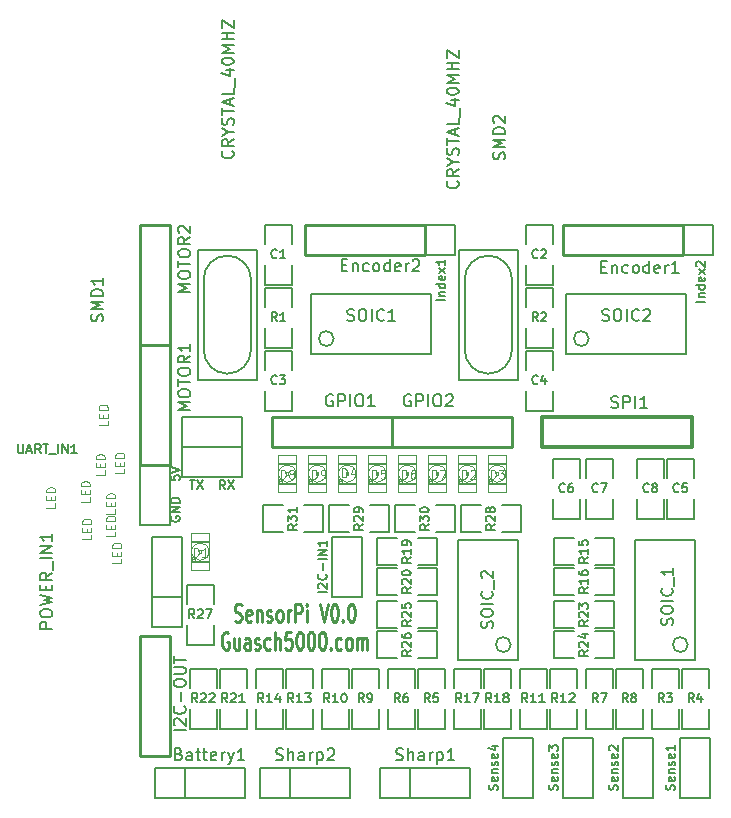
<source format=gto>
G04 (created by PCBNEW (2013-07-07 BZR 4022)-stable) date 07/03/2014 16:09:31*
%MOIN*%
G04 Gerber Fmt 3.4, Leading zero omitted, Abs format*
%FSLAX34Y34*%
G01*
G70*
G90*
G04 APERTURE LIST*
%ADD10C,0.00590551*%
%ADD11C,0.00984252*%
%ADD12C,0.005*%
%ADD13C,0.012*%
%ADD14C,0.01*%
%ADD15C,0.006*%
%ADD16C,0.0026*%
%ADD17C,0.004*%
%ADD18C,0.008*%
%ADD19C,0.0035*%
G04 APERTURE END LIST*
G54D10*
G54D11*
X17253Y-25310D02*
X17309Y-25339D01*
X17403Y-25339D01*
X17440Y-25310D01*
X17459Y-25282D01*
X17478Y-25226D01*
X17478Y-25170D01*
X17459Y-25114D01*
X17440Y-25085D01*
X17403Y-25057D01*
X17328Y-25029D01*
X17290Y-25001D01*
X17272Y-24973D01*
X17253Y-24917D01*
X17253Y-24860D01*
X17272Y-24804D01*
X17290Y-24776D01*
X17328Y-24748D01*
X17422Y-24748D01*
X17478Y-24776D01*
X17797Y-25310D02*
X17759Y-25339D01*
X17684Y-25339D01*
X17647Y-25310D01*
X17628Y-25254D01*
X17628Y-25029D01*
X17647Y-24973D01*
X17684Y-24945D01*
X17759Y-24945D01*
X17797Y-24973D01*
X17815Y-25029D01*
X17815Y-25085D01*
X17628Y-25142D01*
X17984Y-24945D02*
X17984Y-25339D01*
X17984Y-25001D02*
X18003Y-24973D01*
X18040Y-24945D01*
X18097Y-24945D01*
X18134Y-24973D01*
X18153Y-25029D01*
X18153Y-25339D01*
X18321Y-25310D02*
X18359Y-25339D01*
X18434Y-25339D01*
X18471Y-25310D01*
X18490Y-25254D01*
X18490Y-25226D01*
X18471Y-25170D01*
X18434Y-25142D01*
X18378Y-25142D01*
X18340Y-25114D01*
X18321Y-25057D01*
X18321Y-25029D01*
X18340Y-24973D01*
X18378Y-24945D01*
X18434Y-24945D01*
X18471Y-24973D01*
X18715Y-25339D02*
X18678Y-25310D01*
X18659Y-25282D01*
X18640Y-25226D01*
X18640Y-25057D01*
X18659Y-25001D01*
X18678Y-24973D01*
X18715Y-24945D01*
X18771Y-24945D01*
X18809Y-24973D01*
X18828Y-25001D01*
X18846Y-25057D01*
X18846Y-25226D01*
X18828Y-25282D01*
X18809Y-25310D01*
X18771Y-25339D01*
X18715Y-25339D01*
X19015Y-25339D02*
X19015Y-24945D01*
X19015Y-25057D02*
X19034Y-25001D01*
X19053Y-24973D01*
X19090Y-24945D01*
X19128Y-24945D01*
X19259Y-25339D02*
X19259Y-24748D01*
X19409Y-24748D01*
X19446Y-24776D01*
X19465Y-24804D01*
X19484Y-24860D01*
X19484Y-24945D01*
X19465Y-25001D01*
X19446Y-25029D01*
X19409Y-25057D01*
X19259Y-25057D01*
X19653Y-25339D02*
X19653Y-24945D01*
X19653Y-24748D02*
X19634Y-24776D01*
X19653Y-24804D01*
X19671Y-24776D01*
X19653Y-24748D01*
X19653Y-24804D01*
X20084Y-24748D02*
X20215Y-25339D01*
X20346Y-24748D01*
X20552Y-24748D02*
X20590Y-24748D01*
X20627Y-24776D01*
X20646Y-24804D01*
X20665Y-24860D01*
X20684Y-24973D01*
X20684Y-25114D01*
X20665Y-25226D01*
X20646Y-25282D01*
X20627Y-25310D01*
X20590Y-25339D01*
X20552Y-25339D01*
X20515Y-25310D01*
X20496Y-25282D01*
X20477Y-25226D01*
X20459Y-25114D01*
X20459Y-24973D01*
X20477Y-24860D01*
X20496Y-24804D01*
X20515Y-24776D01*
X20552Y-24748D01*
X20852Y-25282D02*
X20871Y-25310D01*
X20852Y-25339D01*
X20834Y-25310D01*
X20852Y-25282D01*
X20852Y-25339D01*
X21115Y-24748D02*
X21152Y-24748D01*
X21190Y-24776D01*
X21209Y-24804D01*
X21227Y-24860D01*
X21246Y-24973D01*
X21246Y-25114D01*
X21227Y-25226D01*
X21209Y-25282D01*
X21190Y-25310D01*
X21152Y-25339D01*
X21115Y-25339D01*
X21077Y-25310D01*
X21059Y-25282D01*
X21040Y-25226D01*
X21021Y-25114D01*
X21021Y-24973D01*
X21040Y-24860D01*
X21059Y-24804D01*
X21077Y-24776D01*
X21115Y-24748D01*
X17037Y-25701D02*
X17000Y-25673D01*
X16944Y-25673D01*
X16887Y-25701D01*
X16850Y-25758D01*
X16831Y-25814D01*
X16812Y-25926D01*
X16812Y-26011D01*
X16831Y-26123D01*
X16850Y-26179D01*
X16887Y-26236D01*
X16944Y-26264D01*
X16981Y-26264D01*
X17037Y-26236D01*
X17056Y-26207D01*
X17056Y-26011D01*
X16981Y-26011D01*
X17393Y-25870D02*
X17393Y-26264D01*
X17225Y-25870D02*
X17225Y-26179D01*
X17244Y-26236D01*
X17281Y-26264D01*
X17337Y-26264D01*
X17375Y-26236D01*
X17393Y-26207D01*
X17750Y-26264D02*
X17750Y-25954D01*
X17731Y-25898D01*
X17693Y-25870D01*
X17618Y-25870D01*
X17581Y-25898D01*
X17750Y-26236D02*
X17712Y-26264D01*
X17618Y-26264D01*
X17581Y-26236D01*
X17562Y-26179D01*
X17562Y-26123D01*
X17581Y-26067D01*
X17618Y-26039D01*
X17712Y-26039D01*
X17750Y-26011D01*
X17918Y-26236D02*
X17956Y-26264D01*
X18031Y-26264D01*
X18068Y-26236D01*
X18087Y-26179D01*
X18087Y-26151D01*
X18068Y-26095D01*
X18031Y-26067D01*
X17975Y-26067D01*
X17937Y-26039D01*
X17918Y-25983D01*
X17918Y-25954D01*
X17937Y-25898D01*
X17975Y-25870D01*
X18031Y-25870D01*
X18068Y-25898D01*
X18425Y-26236D02*
X18387Y-26264D01*
X18312Y-26264D01*
X18275Y-26236D01*
X18256Y-26207D01*
X18237Y-26151D01*
X18237Y-25983D01*
X18256Y-25926D01*
X18275Y-25898D01*
X18312Y-25870D01*
X18387Y-25870D01*
X18425Y-25898D01*
X18593Y-26264D02*
X18593Y-25673D01*
X18762Y-26264D02*
X18762Y-25954D01*
X18743Y-25898D01*
X18706Y-25870D01*
X18650Y-25870D01*
X18612Y-25898D01*
X18593Y-25926D01*
X19137Y-25673D02*
X18950Y-25673D01*
X18931Y-25954D01*
X18950Y-25926D01*
X18987Y-25898D01*
X19081Y-25898D01*
X19118Y-25926D01*
X19137Y-25954D01*
X19156Y-26011D01*
X19156Y-26151D01*
X19137Y-26207D01*
X19118Y-26236D01*
X19081Y-26264D01*
X18987Y-26264D01*
X18950Y-26236D01*
X18931Y-26207D01*
X19399Y-25673D02*
X19437Y-25673D01*
X19474Y-25701D01*
X19493Y-25729D01*
X19512Y-25786D01*
X19531Y-25898D01*
X19531Y-26039D01*
X19512Y-26151D01*
X19493Y-26207D01*
X19474Y-26236D01*
X19437Y-26264D01*
X19399Y-26264D01*
X19362Y-26236D01*
X19343Y-26207D01*
X19324Y-26151D01*
X19306Y-26039D01*
X19306Y-25898D01*
X19324Y-25786D01*
X19343Y-25729D01*
X19362Y-25701D01*
X19399Y-25673D01*
X19774Y-25673D02*
X19812Y-25673D01*
X19849Y-25701D01*
X19868Y-25729D01*
X19887Y-25786D01*
X19906Y-25898D01*
X19906Y-26039D01*
X19887Y-26151D01*
X19868Y-26207D01*
X19849Y-26236D01*
X19812Y-26264D01*
X19774Y-26264D01*
X19737Y-26236D01*
X19718Y-26207D01*
X19699Y-26151D01*
X19681Y-26039D01*
X19681Y-25898D01*
X19699Y-25786D01*
X19718Y-25729D01*
X19737Y-25701D01*
X19774Y-25673D01*
X20149Y-25673D02*
X20187Y-25673D01*
X20224Y-25701D01*
X20243Y-25729D01*
X20262Y-25786D01*
X20281Y-25898D01*
X20281Y-26039D01*
X20262Y-26151D01*
X20243Y-26207D01*
X20224Y-26236D01*
X20187Y-26264D01*
X20149Y-26264D01*
X20112Y-26236D01*
X20093Y-26207D01*
X20074Y-26151D01*
X20056Y-26039D01*
X20056Y-25898D01*
X20074Y-25786D01*
X20093Y-25729D01*
X20112Y-25701D01*
X20149Y-25673D01*
X20449Y-26207D02*
X20468Y-26236D01*
X20449Y-26264D01*
X20431Y-26236D01*
X20449Y-26207D01*
X20449Y-26264D01*
X20806Y-26236D02*
X20768Y-26264D01*
X20693Y-26264D01*
X20656Y-26236D01*
X20637Y-26207D01*
X20618Y-26151D01*
X20618Y-25983D01*
X20637Y-25926D01*
X20656Y-25898D01*
X20693Y-25870D01*
X20768Y-25870D01*
X20806Y-25898D01*
X21031Y-26264D02*
X20993Y-26236D01*
X20974Y-26207D01*
X20956Y-26151D01*
X20956Y-25983D01*
X20974Y-25926D01*
X20993Y-25898D01*
X21031Y-25870D01*
X21087Y-25870D01*
X21124Y-25898D01*
X21143Y-25926D01*
X21162Y-25983D01*
X21162Y-26151D01*
X21143Y-26207D01*
X21124Y-26236D01*
X21087Y-26264D01*
X21031Y-26264D01*
X21330Y-26264D02*
X21330Y-25870D01*
X21330Y-25926D02*
X21349Y-25898D01*
X21387Y-25870D01*
X21443Y-25870D01*
X21480Y-25898D01*
X21499Y-25954D01*
X21499Y-26264D01*
X21499Y-25954D02*
X21518Y-25898D01*
X21555Y-25870D01*
X21612Y-25870D01*
X21649Y-25898D01*
X21668Y-25954D01*
X21668Y-26264D01*
G54D10*
X20550Y-15900D02*
G75*
G03X20550Y-15900I-250J0D01*
G74*
G01*
X23800Y-14400D02*
X23800Y-16400D01*
X23800Y-16400D02*
X19800Y-16400D01*
X19800Y-16400D02*
X19800Y-14400D01*
X19800Y-14400D02*
X23800Y-14400D01*
X32350Y-26100D02*
G75*
G03X32350Y-26100I-250J0D01*
G74*
G01*
X30600Y-22600D02*
X32600Y-22600D01*
X32600Y-22600D02*
X32600Y-26600D01*
X32600Y-26600D02*
X30600Y-26600D01*
X30600Y-26600D02*
X30600Y-22600D01*
X26450Y-26100D02*
G75*
G03X26450Y-26100I-250J0D01*
G74*
G01*
X24700Y-22600D02*
X26700Y-22600D01*
X26700Y-22600D02*
X26700Y-26600D01*
X26700Y-26600D02*
X24700Y-26600D01*
X24700Y-26600D02*
X24700Y-22600D01*
X29050Y-15900D02*
G75*
G03X29050Y-15900I-250J0D01*
G74*
G01*
X32300Y-14400D02*
X32300Y-16400D01*
X32300Y-16400D02*
X28300Y-16400D01*
X28300Y-16400D02*
X28300Y-14400D01*
X28300Y-14400D02*
X32300Y-14400D01*
X16212Y-13918D02*
X16212Y-16281D01*
X17787Y-13918D02*
X17787Y-16281D01*
X16212Y-16281D02*
G75*
G03X17000Y-17068I787J0D01*
G74*
G01*
X17000Y-17068D02*
G75*
G03X17787Y-16281I0J787D01*
G74*
G01*
X17000Y-13131D02*
G75*
G03X16212Y-13918I0J-787D01*
G74*
G01*
X17787Y-13918D02*
G75*
G03X17000Y-13131I-787J0D01*
G74*
G01*
X17984Y-12934D02*
X17984Y-17265D01*
X17984Y-17265D02*
X16015Y-17265D01*
X16015Y-17265D02*
X16015Y-12934D01*
X16015Y-12934D02*
X17984Y-12934D01*
X24912Y-13918D02*
X24912Y-16281D01*
X26487Y-13918D02*
X26487Y-16281D01*
X24912Y-16281D02*
G75*
G03X25700Y-17068I787J0D01*
G74*
G01*
X25700Y-17068D02*
G75*
G03X26487Y-16281I0J787D01*
G74*
G01*
X25700Y-13131D02*
G75*
G03X24912Y-13918I0J-787D01*
G74*
G01*
X26487Y-13918D02*
G75*
G03X25700Y-13131I-787J0D01*
G74*
G01*
X26684Y-12934D02*
X26684Y-17265D01*
X26684Y-17265D02*
X24715Y-17265D01*
X24715Y-17265D02*
X24715Y-12934D01*
X24715Y-12934D02*
X26684Y-12934D01*
G54D12*
X16650Y-26900D02*
X15750Y-26900D01*
X15750Y-26900D02*
X15750Y-27550D01*
X16650Y-28250D02*
X16650Y-28900D01*
X16650Y-28900D02*
X15750Y-28900D01*
X15750Y-28900D02*
X15750Y-28250D01*
X16650Y-27550D02*
X16650Y-26900D01*
X27900Y-24650D02*
X27900Y-25550D01*
X27900Y-25550D02*
X28550Y-25550D01*
X29250Y-24650D02*
X29900Y-24650D01*
X29900Y-24650D02*
X29900Y-25550D01*
X29900Y-25550D02*
X29250Y-25550D01*
X28550Y-24650D02*
X27900Y-24650D01*
X29900Y-26550D02*
X29900Y-25650D01*
X29900Y-25650D02*
X29250Y-25650D01*
X28550Y-26550D02*
X27900Y-26550D01*
X27900Y-26550D02*
X27900Y-25650D01*
X27900Y-25650D02*
X28550Y-25650D01*
X29250Y-26550D02*
X29900Y-26550D01*
X22000Y-22550D02*
X22000Y-23450D01*
X22000Y-23450D02*
X22650Y-23450D01*
X23350Y-22550D02*
X24000Y-22550D01*
X24000Y-22550D02*
X24000Y-23450D01*
X24000Y-23450D02*
X23350Y-23450D01*
X22650Y-22550D02*
X22000Y-22550D01*
X24000Y-24450D02*
X24000Y-23550D01*
X24000Y-23550D02*
X23350Y-23550D01*
X22650Y-24450D02*
X22000Y-24450D01*
X22000Y-24450D02*
X22000Y-23550D01*
X22000Y-23550D02*
X22650Y-23550D01*
X23350Y-24450D02*
X24000Y-24450D01*
X22000Y-24650D02*
X22000Y-25550D01*
X22000Y-25550D02*
X22650Y-25550D01*
X23350Y-24650D02*
X24000Y-24650D01*
X24000Y-24650D02*
X24000Y-25550D01*
X24000Y-25550D02*
X23350Y-25550D01*
X22650Y-24650D02*
X22000Y-24650D01*
X24000Y-26550D02*
X24000Y-25650D01*
X24000Y-25650D02*
X23350Y-25650D01*
X22650Y-26550D02*
X22000Y-26550D01*
X22000Y-26550D02*
X22000Y-25650D01*
X22000Y-25650D02*
X22650Y-25650D01*
X23350Y-26550D02*
X24000Y-26550D01*
X18850Y-26900D02*
X17950Y-26900D01*
X17950Y-26900D02*
X17950Y-27550D01*
X18850Y-28250D02*
X18850Y-28900D01*
X18850Y-28900D02*
X17950Y-28900D01*
X17950Y-28900D02*
X17950Y-28250D01*
X18850Y-27550D02*
X18850Y-26900D01*
X18950Y-28900D02*
X19850Y-28900D01*
X19850Y-28900D02*
X19850Y-28250D01*
X18950Y-27550D02*
X18950Y-26900D01*
X18950Y-26900D02*
X19850Y-26900D01*
X19850Y-26900D02*
X19850Y-27550D01*
X18950Y-28250D02*
X18950Y-28900D01*
X16750Y-28900D02*
X17650Y-28900D01*
X17650Y-28900D02*
X17650Y-28250D01*
X16750Y-27550D02*
X16750Y-26900D01*
X16750Y-26900D02*
X17650Y-26900D01*
X17650Y-26900D02*
X17650Y-27550D01*
X16750Y-28250D02*
X16750Y-28900D01*
X21050Y-26900D02*
X20150Y-26900D01*
X20150Y-26900D02*
X20150Y-27550D01*
X21050Y-28250D02*
X21050Y-28900D01*
X21050Y-28900D02*
X20150Y-28900D01*
X20150Y-28900D02*
X20150Y-28250D01*
X21050Y-27550D02*
X21050Y-26900D01*
X21150Y-28900D02*
X22050Y-28900D01*
X22050Y-28900D02*
X22050Y-28250D01*
X21150Y-27550D02*
X21150Y-26900D01*
X21150Y-26900D02*
X22050Y-26900D01*
X22050Y-26900D02*
X22050Y-27550D01*
X21150Y-28250D02*
X21150Y-28900D01*
X23250Y-26900D02*
X22350Y-26900D01*
X22350Y-26900D02*
X22350Y-27550D01*
X23250Y-28250D02*
X23250Y-28900D01*
X23250Y-28900D02*
X22350Y-28900D01*
X22350Y-28900D02*
X22350Y-28250D01*
X23250Y-27550D02*
X23250Y-26900D01*
X23350Y-28900D02*
X24250Y-28900D01*
X24250Y-28900D02*
X24250Y-28250D01*
X23350Y-27550D02*
X23350Y-26900D01*
X23350Y-26900D02*
X24250Y-26900D01*
X24250Y-26900D02*
X24250Y-27550D01*
X23350Y-28250D02*
X23350Y-28900D01*
X30850Y-26900D02*
X29950Y-26900D01*
X29950Y-26900D02*
X29950Y-27550D01*
X30850Y-28250D02*
X30850Y-28900D01*
X30850Y-28900D02*
X29950Y-28900D01*
X29950Y-28900D02*
X29950Y-28250D01*
X30850Y-27550D02*
X30850Y-26900D01*
X29900Y-24450D02*
X29900Y-23550D01*
X29900Y-23550D02*
X29250Y-23550D01*
X28550Y-24450D02*
X27900Y-24450D01*
X27900Y-24450D02*
X27900Y-23550D01*
X27900Y-23550D02*
X28550Y-23550D01*
X29250Y-24450D02*
X29900Y-24450D01*
X18250Y-18300D02*
X19150Y-18300D01*
X19150Y-18300D02*
X19150Y-17650D01*
X18250Y-16950D02*
X18250Y-16300D01*
X18250Y-16300D02*
X19150Y-16300D01*
X19150Y-16300D02*
X19150Y-16950D01*
X18250Y-17650D02*
X18250Y-18300D01*
X19150Y-12100D02*
X18250Y-12100D01*
X18250Y-12100D02*
X18250Y-12750D01*
X19150Y-13450D02*
X19150Y-14100D01*
X19150Y-14100D02*
X18250Y-14100D01*
X18250Y-14100D02*
X18250Y-13450D01*
X19150Y-12750D02*
X19150Y-12100D01*
X27850Y-14200D02*
X26950Y-14200D01*
X26950Y-14200D02*
X26950Y-14850D01*
X27850Y-15550D02*
X27850Y-16200D01*
X27850Y-16200D02*
X26950Y-16200D01*
X26950Y-16200D02*
X26950Y-15550D01*
X27850Y-14850D02*
X27850Y-14200D01*
X26950Y-18300D02*
X27850Y-18300D01*
X27850Y-18300D02*
X27850Y-17650D01*
X26950Y-16950D02*
X26950Y-16300D01*
X26950Y-16300D02*
X27850Y-16300D01*
X27850Y-16300D02*
X27850Y-16950D01*
X26950Y-17650D02*
X26950Y-18300D01*
X27850Y-12100D02*
X26950Y-12100D01*
X26950Y-12100D02*
X26950Y-12750D01*
X27850Y-13450D02*
X27850Y-14100D01*
X27850Y-14100D02*
X26950Y-14100D01*
X26950Y-14100D02*
X26950Y-13450D01*
X27850Y-12750D02*
X27850Y-12100D01*
X19150Y-14200D02*
X18250Y-14200D01*
X18250Y-14200D02*
X18250Y-14850D01*
X19150Y-15550D02*
X19150Y-16200D01*
X19150Y-16200D02*
X18250Y-16200D01*
X18250Y-16200D02*
X18250Y-15550D01*
X19150Y-14850D02*
X19150Y-14200D01*
X31150Y-28900D02*
X32050Y-28900D01*
X32050Y-28900D02*
X32050Y-28250D01*
X31150Y-27550D02*
X31150Y-26900D01*
X31150Y-26900D02*
X32050Y-26900D01*
X32050Y-26900D02*
X32050Y-27550D01*
X31150Y-28250D02*
X31150Y-28900D01*
X28950Y-28900D02*
X29850Y-28900D01*
X29850Y-28900D02*
X29850Y-28250D01*
X28950Y-27550D02*
X28950Y-26900D01*
X28950Y-26900D02*
X29850Y-26900D01*
X29850Y-26900D02*
X29850Y-27550D01*
X28950Y-28250D02*
X28950Y-28900D01*
X33050Y-26900D02*
X32150Y-26900D01*
X32150Y-26900D02*
X32150Y-27550D01*
X33050Y-28250D02*
X33050Y-28900D01*
X33050Y-28900D02*
X32150Y-28900D01*
X32150Y-28900D02*
X32150Y-28250D01*
X33050Y-27550D02*
X33050Y-26900D01*
X26750Y-28900D02*
X27650Y-28900D01*
X27650Y-28900D02*
X27650Y-28250D01*
X26750Y-27550D02*
X26750Y-26900D01*
X26750Y-26900D02*
X27650Y-26900D01*
X27650Y-26900D02*
X27650Y-27550D01*
X26750Y-28250D02*
X26750Y-28900D01*
X28650Y-26900D02*
X27750Y-26900D01*
X27750Y-26900D02*
X27750Y-27550D01*
X28650Y-28250D02*
X28650Y-28900D01*
X28650Y-28900D02*
X27750Y-28900D01*
X27750Y-28900D02*
X27750Y-28250D01*
X28650Y-27550D02*
X28650Y-26900D01*
X24550Y-28900D02*
X25450Y-28900D01*
X25450Y-28900D02*
X25450Y-28250D01*
X24550Y-27550D02*
X24550Y-26900D01*
X24550Y-26900D02*
X25450Y-26900D01*
X25450Y-26900D02*
X25450Y-27550D01*
X24550Y-28250D02*
X24550Y-28900D01*
X26450Y-26900D02*
X25550Y-26900D01*
X25550Y-26900D02*
X25550Y-27550D01*
X26450Y-28250D02*
X26450Y-28900D01*
X26450Y-28900D02*
X25550Y-28900D01*
X25550Y-28900D02*
X25550Y-28250D01*
X26450Y-27550D02*
X26450Y-26900D01*
X27900Y-22550D02*
X27900Y-23450D01*
X27900Y-23450D02*
X28550Y-23450D01*
X29250Y-22550D02*
X29900Y-22550D01*
X29900Y-22550D02*
X29900Y-23450D01*
X29900Y-23450D02*
X29250Y-23450D01*
X28550Y-22550D02*
X27900Y-22550D01*
G54D13*
X27500Y-18500D02*
X27500Y-19500D01*
X32500Y-19500D02*
X32500Y-18500D01*
X27500Y-18500D02*
X32500Y-18500D01*
X32500Y-19500D02*
X27500Y-19500D01*
G54D14*
X19600Y-12100D02*
X23600Y-12100D01*
X19600Y-13100D02*
X23600Y-13100D01*
X23600Y-13100D02*
X23600Y-12100D01*
X19600Y-12100D02*
X19600Y-13100D01*
X28200Y-12100D02*
X32200Y-12100D01*
X28200Y-13100D02*
X32200Y-13100D01*
X32200Y-13100D02*
X32200Y-12100D01*
X28200Y-12100D02*
X28200Y-13100D01*
X15100Y-12100D02*
X15100Y-16100D01*
X14100Y-12100D02*
X14100Y-16100D01*
X14100Y-16100D02*
X15100Y-16100D01*
X15100Y-12100D02*
X14100Y-12100D01*
X26500Y-19500D02*
X22500Y-19500D01*
X26500Y-18500D02*
X22500Y-18500D01*
X22500Y-18500D02*
X22500Y-19500D01*
X26500Y-19500D02*
X26500Y-18500D01*
X22500Y-19500D02*
X18500Y-19500D01*
X22500Y-18500D02*
X18500Y-18500D01*
X18500Y-18500D02*
X18500Y-19500D01*
X22500Y-19500D02*
X22500Y-18500D01*
X15100Y-16100D02*
X15100Y-20100D01*
X14100Y-16100D02*
X14100Y-20100D01*
X14100Y-20100D02*
X15100Y-20100D01*
X15100Y-16100D02*
X14100Y-16100D01*
G54D15*
X14600Y-31200D02*
X14600Y-30200D01*
X14600Y-30200D02*
X17600Y-30200D01*
X17600Y-30200D02*
X17600Y-31200D01*
X17600Y-31200D02*
X14600Y-31200D01*
X15600Y-30200D02*
X15600Y-31200D01*
X22100Y-31200D02*
X22100Y-30200D01*
X22100Y-30200D02*
X25100Y-30200D01*
X25100Y-30200D02*
X25100Y-31200D01*
X25100Y-31200D02*
X22100Y-31200D01*
X23100Y-30200D02*
X23100Y-31200D01*
X18100Y-31200D02*
X18100Y-30200D01*
X18100Y-30200D02*
X21100Y-30200D01*
X21100Y-30200D02*
X21100Y-31200D01*
X21100Y-31200D02*
X18100Y-31200D01*
X19100Y-30200D02*
X19100Y-31200D01*
X30200Y-29200D02*
X31200Y-29200D01*
X31200Y-29200D02*
X31200Y-31200D01*
X31200Y-31200D02*
X30200Y-31200D01*
X30200Y-31200D02*
X30200Y-29200D01*
X28200Y-29200D02*
X29200Y-29200D01*
X29200Y-29200D02*
X29200Y-31200D01*
X29200Y-31200D02*
X28200Y-31200D01*
X28200Y-31200D02*
X28200Y-29200D01*
X26200Y-29200D02*
X27200Y-29200D01*
X27200Y-29200D02*
X27200Y-31200D01*
X27200Y-31200D02*
X26200Y-31200D01*
X26200Y-31200D02*
X26200Y-29200D01*
X32100Y-29200D02*
X33100Y-29200D01*
X33100Y-29200D02*
X33100Y-31200D01*
X33100Y-31200D02*
X32100Y-31200D01*
X32100Y-31200D02*
X32100Y-29200D01*
X15500Y-20500D02*
X15500Y-19500D01*
X15500Y-19500D02*
X17500Y-19500D01*
X17500Y-19500D02*
X17500Y-20500D01*
X17500Y-20500D02*
X15500Y-20500D01*
X15500Y-19500D02*
X15500Y-18500D01*
X15500Y-18500D02*
X17500Y-18500D01*
X17500Y-18500D02*
X17500Y-19500D01*
X17500Y-19500D02*
X15500Y-19500D01*
X21500Y-24500D02*
X20500Y-24500D01*
X20500Y-24500D02*
X20500Y-22500D01*
X20500Y-22500D02*
X21500Y-22500D01*
X21500Y-22500D02*
X21500Y-24500D01*
X33200Y-13100D02*
X32200Y-13100D01*
X32200Y-12100D02*
X33200Y-12100D01*
X32200Y-13100D02*
X32200Y-12100D01*
X33200Y-12100D02*
X33200Y-13100D01*
X24600Y-13100D02*
X23600Y-13100D01*
X23600Y-12100D02*
X24600Y-12100D01*
X23600Y-13100D02*
X23600Y-12100D01*
X24600Y-12100D02*
X24600Y-13100D01*
X15500Y-25500D02*
X14500Y-25500D01*
X14500Y-25500D02*
X14500Y-22500D01*
X14500Y-22500D02*
X15500Y-22500D01*
X15500Y-22500D02*
X15500Y-25500D01*
X14500Y-24500D02*
X15500Y-24500D01*
G54D12*
X30650Y-21900D02*
X31550Y-21900D01*
X31550Y-21900D02*
X31550Y-21250D01*
X30650Y-20550D02*
X30650Y-19900D01*
X30650Y-19900D02*
X31550Y-19900D01*
X31550Y-19900D02*
X31550Y-20550D01*
X30650Y-21250D02*
X30650Y-21900D01*
X31650Y-21900D02*
X32550Y-21900D01*
X32550Y-21900D02*
X32550Y-21250D01*
X31650Y-20550D02*
X31650Y-19900D01*
X31650Y-19900D02*
X32550Y-19900D01*
X32550Y-19900D02*
X32550Y-20550D01*
X31650Y-21250D02*
X31650Y-21900D01*
X28950Y-21900D02*
X29850Y-21900D01*
X29850Y-21900D02*
X29850Y-21250D01*
X28950Y-20550D02*
X28950Y-19900D01*
X28950Y-19900D02*
X29850Y-19900D01*
X29850Y-19900D02*
X29850Y-20550D01*
X28950Y-21250D02*
X28950Y-21900D01*
X27850Y-21900D02*
X28750Y-21900D01*
X28750Y-21900D02*
X28750Y-21250D01*
X27850Y-20550D02*
X27850Y-19900D01*
X27850Y-19900D02*
X28750Y-19900D01*
X28750Y-19900D02*
X28750Y-20550D01*
X27850Y-21250D02*
X27850Y-21900D01*
G54D14*
X14100Y-29800D02*
X14100Y-25800D01*
X15100Y-29800D02*
X15100Y-25800D01*
X15100Y-25800D02*
X14100Y-25800D01*
X14100Y-29800D02*
X15100Y-29800D01*
G54D12*
X15650Y-26100D02*
X16550Y-26100D01*
X16550Y-26100D02*
X16550Y-25450D01*
X15650Y-24750D02*
X15650Y-24100D01*
X15650Y-24100D02*
X16550Y-24100D01*
X16550Y-24100D02*
X16550Y-24750D01*
X15650Y-25450D02*
X15650Y-26100D01*
G54D15*
X15100Y-22100D02*
X14100Y-22100D01*
X14100Y-22100D02*
X14100Y-20100D01*
X14100Y-20100D02*
X15100Y-20100D01*
X15100Y-20100D02*
X15100Y-22100D01*
G54D16*
X16061Y-22961D02*
X16061Y-23039D01*
X16061Y-23039D02*
X16139Y-23039D01*
X16139Y-22961D02*
X16139Y-23039D01*
X16061Y-22961D02*
X16139Y-22961D01*
X15825Y-23177D02*
X15825Y-23314D01*
X15825Y-23314D02*
X15923Y-23314D01*
X15923Y-23177D02*
X15923Y-23314D01*
X15825Y-23177D02*
X15923Y-23177D01*
X15825Y-23314D02*
X15825Y-23354D01*
X15825Y-23354D02*
X16296Y-23354D01*
X16296Y-23314D02*
X16296Y-23354D01*
X15825Y-23314D02*
X16296Y-23314D01*
X16316Y-23314D02*
X16316Y-23354D01*
X16316Y-23354D02*
X16375Y-23354D01*
X16375Y-23314D02*
X16375Y-23354D01*
X16316Y-23314D02*
X16375Y-23314D01*
X15825Y-22646D02*
X15825Y-22686D01*
X15825Y-22686D02*
X16296Y-22686D01*
X16296Y-22646D02*
X16296Y-22686D01*
X15825Y-22646D02*
X16296Y-22646D01*
X16316Y-22646D02*
X16316Y-22686D01*
X16316Y-22686D02*
X16375Y-22686D01*
X16375Y-22646D02*
X16375Y-22686D01*
X16316Y-22646D02*
X16375Y-22646D01*
X15825Y-23177D02*
X15825Y-23236D01*
X15825Y-23236D02*
X15923Y-23236D01*
X15923Y-23177D02*
X15923Y-23236D01*
X15825Y-23177D02*
X15923Y-23177D01*
G54D17*
X15805Y-23610D02*
X15805Y-22390D01*
X15805Y-22390D02*
X16395Y-22390D01*
X16395Y-22390D02*
X16395Y-23610D01*
X16395Y-23610D02*
X15805Y-23610D01*
X15903Y-22784D02*
G75*
G03X15904Y-23216I196J-215D01*
G74*
G01*
X16296Y-22784D02*
G75*
G03X15904Y-22783I-196J-215D01*
G74*
G01*
X16296Y-23215D02*
G75*
G03X16295Y-22783I-196J215D01*
G74*
G01*
X15903Y-23215D02*
G75*
G03X16295Y-23216I196J215D01*
G74*
G01*
G54D12*
X22400Y-22350D02*
X22400Y-21450D01*
X22400Y-21450D02*
X21750Y-21450D01*
X21050Y-22350D02*
X20400Y-22350D01*
X20400Y-22350D02*
X20400Y-21450D01*
X20400Y-21450D02*
X21050Y-21450D01*
X21750Y-22350D02*
X22400Y-22350D01*
X26800Y-22350D02*
X26800Y-21450D01*
X26800Y-21450D02*
X26150Y-21450D01*
X25450Y-22350D02*
X24800Y-22350D01*
X24800Y-22350D02*
X24800Y-21450D01*
X24800Y-21450D02*
X25450Y-21450D01*
X26150Y-22350D02*
X26800Y-22350D01*
X22600Y-21450D02*
X22600Y-22350D01*
X22600Y-22350D02*
X23250Y-22350D01*
X23950Y-21450D02*
X24600Y-21450D01*
X24600Y-21450D02*
X24600Y-22350D01*
X24600Y-22350D02*
X23950Y-22350D01*
X23250Y-21450D02*
X22600Y-21450D01*
X18200Y-21450D02*
X18200Y-22350D01*
X18200Y-22350D02*
X18850Y-22350D01*
X19550Y-21450D02*
X20200Y-21450D01*
X20200Y-21450D02*
X20200Y-22350D01*
X20200Y-22350D02*
X19550Y-22350D01*
X18850Y-21450D02*
X18200Y-21450D01*
G54D16*
X21961Y-20361D02*
X21961Y-20439D01*
X21961Y-20439D02*
X22039Y-20439D01*
X22039Y-20361D02*
X22039Y-20439D01*
X21961Y-20361D02*
X22039Y-20361D01*
X21725Y-20577D02*
X21725Y-20714D01*
X21725Y-20714D02*
X21823Y-20714D01*
X21823Y-20577D02*
X21823Y-20714D01*
X21725Y-20577D02*
X21823Y-20577D01*
X21725Y-20714D02*
X21725Y-20754D01*
X21725Y-20754D02*
X22196Y-20754D01*
X22196Y-20714D02*
X22196Y-20754D01*
X21725Y-20714D02*
X22196Y-20714D01*
X22216Y-20714D02*
X22216Y-20754D01*
X22216Y-20754D02*
X22275Y-20754D01*
X22275Y-20714D02*
X22275Y-20754D01*
X22216Y-20714D02*
X22275Y-20714D01*
X21725Y-20046D02*
X21725Y-20086D01*
X21725Y-20086D02*
X22196Y-20086D01*
X22196Y-20046D02*
X22196Y-20086D01*
X21725Y-20046D02*
X22196Y-20046D01*
X22216Y-20046D02*
X22216Y-20086D01*
X22216Y-20086D02*
X22275Y-20086D01*
X22275Y-20046D02*
X22275Y-20086D01*
X22216Y-20046D02*
X22275Y-20046D01*
X21725Y-20577D02*
X21725Y-20636D01*
X21725Y-20636D02*
X21823Y-20636D01*
X21823Y-20577D02*
X21823Y-20636D01*
X21725Y-20577D02*
X21823Y-20577D01*
G54D17*
X21705Y-21010D02*
X21705Y-19790D01*
X21705Y-19790D02*
X22295Y-19790D01*
X22295Y-19790D02*
X22295Y-21010D01*
X22295Y-21010D02*
X21705Y-21010D01*
X21803Y-20184D02*
G75*
G03X21804Y-20616I196J-215D01*
G74*
G01*
X22196Y-20184D02*
G75*
G03X21804Y-20183I-196J-215D01*
G74*
G01*
X22196Y-20615D02*
G75*
G03X22195Y-20183I-196J215D01*
G74*
G01*
X21803Y-20615D02*
G75*
G03X22195Y-20616I196J215D01*
G74*
G01*
G54D16*
X20961Y-20361D02*
X20961Y-20439D01*
X20961Y-20439D02*
X21039Y-20439D01*
X21039Y-20361D02*
X21039Y-20439D01*
X20961Y-20361D02*
X21039Y-20361D01*
X20725Y-20577D02*
X20725Y-20714D01*
X20725Y-20714D02*
X20823Y-20714D01*
X20823Y-20577D02*
X20823Y-20714D01*
X20725Y-20577D02*
X20823Y-20577D01*
X20725Y-20714D02*
X20725Y-20754D01*
X20725Y-20754D02*
X21196Y-20754D01*
X21196Y-20714D02*
X21196Y-20754D01*
X20725Y-20714D02*
X21196Y-20714D01*
X21216Y-20714D02*
X21216Y-20754D01*
X21216Y-20754D02*
X21275Y-20754D01*
X21275Y-20714D02*
X21275Y-20754D01*
X21216Y-20714D02*
X21275Y-20714D01*
X20725Y-20046D02*
X20725Y-20086D01*
X20725Y-20086D02*
X21196Y-20086D01*
X21196Y-20046D02*
X21196Y-20086D01*
X20725Y-20046D02*
X21196Y-20046D01*
X21216Y-20046D02*
X21216Y-20086D01*
X21216Y-20086D02*
X21275Y-20086D01*
X21275Y-20046D02*
X21275Y-20086D01*
X21216Y-20046D02*
X21275Y-20046D01*
X20725Y-20577D02*
X20725Y-20636D01*
X20725Y-20636D02*
X20823Y-20636D01*
X20823Y-20577D02*
X20823Y-20636D01*
X20725Y-20577D02*
X20823Y-20577D01*
G54D17*
X20705Y-21010D02*
X20705Y-19790D01*
X20705Y-19790D02*
X21295Y-19790D01*
X21295Y-19790D02*
X21295Y-21010D01*
X21295Y-21010D02*
X20705Y-21010D01*
X20803Y-20184D02*
G75*
G03X20804Y-20616I196J-215D01*
G74*
G01*
X21196Y-20184D02*
G75*
G03X20804Y-20183I-196J-215D01*
G74*
G01*
X21196Y-20615D02*
G75*
G03X21195Y-20183I-196J215D01*
G74*
G01*
X20803Y-20615D02*
G75*
G03X21195Y-20616I196J215D01*
G74*
G01*
G54D16*
X25961Y-20361D02*
X25961Y-20439D01*
X25961Y-20439D02*
X26039Y-20439D01*
X26039Y-20361D02*
X26039Y-20439D01*
X25961Y-20361D02*
X26039Y-20361D01*
X25725Y-20577D02*
X25725Y-20714D01*
X25725Y-20714D02*
X25823Y-20714D01*
X25823Y-20577D02*
X25823Y-20714D01*
X25725Y-20577D02*
X25823Y-20577D01*
X25725Y-20714D02*
X25725Y-20754D01*
X25725Y-20754D02*
X26196Y-20754D01*
X26196Y-20714D02*
X26196Y-20754D01*
X25725Y-20714D02*
X26196Y-20714D01*
X26216Y-20714D02*
X26216Y-20754D01*
X26216Y-20754D02*
X26275Y-20754D01*
X26275Y-20714D02*
X26275Y-20754D01*
X26216Y-20714D02*
X26275Y-20714D01*
X25725Y-20046D02*
X25725Y-20086D01*
X25725Y-20086D02*
X26196Y-20086D01*
X26196Y-20046D02*
X26196Y-20086D01*
X25725Y-20046D02*
X26196Y-20046D01*
X26216Y-20046D02*
X26216Y-20086D01*
X26216Y-20086D02*
X26275Y-20086D01*
X26275Y-20046D02*
X26275Y-20086D01*
X26216Y-20046D02*
X26275Y-20046D01*
X25725Y-20577D02*
X25725Y-20636D01*
X25725Y-20636D02*
X25823Y-20636D01*
X25823Y-20577D02*
X25823Y-20636D01*
X25725Y-20577D02*
X25823Y-20577D01*
G54D17*
X25705Y-21010D02*
X25705Y-19790D01*
X25705Y-19790D02*
X26295Y-19790D01*
X26295Y-19790D02*
X26295Y-21010D01*
X26295Y-21010D02*
X25705Y-21010D01*
X25803Y-20184D02*
G75*
G03X25804Y-20616I196J-215D01*
G74*
G01*
X26196Y-20184D02*
G75*
G03X25804Y-20183I-196J-215D01*
G74*
G01*
X26196Y-20615D02*
G75*
G03X26195Y-20183I-196J215D01*
G74*
G01*
X25803Y-20615D02*
G75*
G03X26195Y-20616I196J215D01*
G74*
G01*
G54D16*
X24961Y-20361D02*
X24961Y-20439D01*
X24961Y-20439D02*
X25039Y-20439D01*
X25039Y-20361D02*
X25039Y-20439D01*
X24961Y-20361D02*
X25039Y-20361D01*
X24725Y-20577D02*
X24725Y-20714D01*
X24725Y-20714D02*
X24823Y-20714D01*
X24823Y-20577D02*
X24823Y-20714D01*
X24725Y-20577D02*
X24823Y-20577D01*
X24725Y-20714D02*
X24725Y-20754D01*
X24725Y-20754D02*
X25196Y-20754D01*
X25196Y-20714D02*
X25196Y-20754D01*
X24725Y-20714D02*
X25196Y-20714D01*
X25216Y-20714D02*
X25216Y-20754D01*
X25216Y-20754D02*
X25275Y-20754D01*
X25275Y-20714D02*
X25275Y-20754D01*
X25216Y-20714D02*
X25275Y-20714D01*
X24725Y-20046D02*
X24725Y-20086D01*
X24725Y-20086D02*
X25196Y-20086D01*
X25196Y-20046D02*
X25196Y-20086D01*
X24725Y-20046D02*
X25196Y-20046D01*
X25216Y-20046D02*
X25216Y-20086D01*
X25216Y-20086D02*
X25275Y-20086D01*
X25275Y-20046D02*
X25275Y-20086D01*
X25216Y-20046D02*
X25275Y-20046D01*
X24725Y-20577D02*
X24725Y-20636D01*
X24725Y-20636D02*
X24823Y-20636D01*
X24823Y-20577D02*
X24823Y-20636D01*
X24725Y-20577D02*
X24823Y-20577D01*
G54D17*
X24705Y-21010D02*
X24705Y-19790D01*
X24705Y-19790D02*
X25295Y-19790D01*
X25295Y-19790D02*
X25295Y-21010D01*
X25295Y-21010D02*
X24705Y-21010D01*
X24803Y-20184D02*
G75*
G03X24804Y-20616I196J-215D01*
G74*
G01*
X25196Y-20184D02*
G75*
G03X24804Y-20183I-196J-215D01*
G74*
G01*
X25196Y-20615D02*
G75*
G03X25195Y-20183I-196J215D01*
G74*
G01*
X24803Y-20615D02*
G75*
G03X25195Y-20616I196J215D01*
G74*
G01*
G54D16*
X19961Y-20361D02*
X19961Y-20439D01*
X19961Y-20439D02*
X20039Y-20439D01*
X20039Y-20361D02*
X20039Y-20439D01*
X19961Y-20361D02*
X20039Y-20361D01*
X19725Y-20577D02*
X19725Y-20714D01*
X19725Y-20714D02*
X19823Y-20714D01*
X19823Y-20577D02*
X19823Y-20714D01*
X19725Y-20577D02*
X19823Y-20577D01*
X19725Y-20714D02*
X19725Y-20754D01*
X19725Y-20754D02*
X20196Y-20754D01*
X20196Y-20714D02*
X20196Y-20754D01*
X19725Y-20714D02*
X20196Y-20714D01*
X20216Y-20714D02*
X20216Y-20754D01*
X20216Y-20754D02*
X20275Y-20754D01*
X20275Y-20714D02*
X20275Y-20754D01*
X20216Y-20714D02*
X20275Y-20714D01*
X19725Y-20046D02*
X19725Y-20086D01*
X19725Y-20086D02*
X20196Y-20086D01*
X20196Y-20046D02*
X20196Y-20086D01*
X19725Y-20046D02*
X20196Y-20046D01*
X20216Y-20046D02*
X20216Y-20086D01*
X20216Y-20086D02*
X20275Y-20086D01*
X20275Y-20046D02*
X20275Y-20086D01*
X20216Y-20046D02*
X20275Y-20046D01*
X19725Y-20577D02*
X19725Y-20636D01*
X19725Y-20636D02*
X19823Y-20636D01*
X19823Y-20577D02*
X19823Y-20636D01*
X19725Y-20577D02*
X19823Y-20577D01*
G54D17*
X19705Y-21010D02*
X19705Y-19790D01*
X19705Y-19790D02*
X20295Y-19790D01*
X20295Y-19790D02*
X20295Y-21010D01*
X20295Y-21010D02*
X19705Y-21010D01*
X19803Y-20184D02*
G75*
G03X19804Y-20616I196J-215D01*
G74*
G01*
X20196Y-20184D02*
G75*
G03X19804Y-20183I-196J-215D01*
G74*
G01*
X20196Y-20615D02*
G75*
G03X20195Y-20183I-196J215D01*
G74*
G01*
X19803Y-20615D02*
G75*
G03X20195Y-20616I196J215D01*
G74*
G01*
G54D16*
X18961Y-20361D02*
X18961Y-20439D01*
X18961Y-20439D02*
X19039Y-20439D01*
X19039Y-20361D02*
X19039Y-20439D01*
X18961Y-20361D02*
X19039Y-20361D01*
X18725Y-20577D02*
X18725Y-20714D01*
X18725Y-20714D02*
X18823Y-20714D01*
X18823Y-20577D02*
X18823Y-20714D01*
X18725Y-20577D02*
X18823Y-20577D01*
X18725Y-20714D02*
X18725Y-20754D01*
X18725Y-20754D02*
X19196Y-20754D01*
X19196Y-20714D02*
X19196Y-20754D01*
X18725Y-20714D02*
X19196Y-20714D01*
X19216Y-20714D02*
X19216Y-20754D01*
X19216Y-20754D02*
X19275Y-20754D01*
X19275Y-20714D02*
X19275Y-20754D01*
X19216Y-20714D02*
X19275Y-20714D01*
X18725Y-20046D02*
X18725Y-20086D01*
X18725Y-20086D02*
X19196Y-20086D01*
X19196Y-20046D02*
X19196Y-20086D01*
X18725Y-20046D02*
X19196Y-20046D01*
X19216Y-20046D02*
X19216Y-20086D01*
X19216Y-20086D02*
X19275Y-20086D01*
X19275Y-20046D02*
X19275Y-20086D01*
X19216Y-20046D02*
X19275Y-20046D01*
X18725Y-20577D02*
X18725Y-20636D01*
X18725Y-20636D02*
X18823Y-20636D01*
X18823Y-20577D02*
X18823Y-20636D01*
X18725Y-20577D02*
X18823Y-20577D01*
G54D17*
X18705Y-21010D02*
X18705Y-19790D01*
X18705Y-19790D02*
X19295Y-19790D01*
X19295Y-19790D02*
X19295Y-21010D01*
X19295Y-21010D02*
X18705Y-21010D01*
X18803Y-20184D02*
G75*
G03X18804Y-20616I196J-215D01*
G74*
G01*
X19196Y-20184D02*
G75*
G03X18804Y-20183I-196J-215D01*
G74*
G01*
X19196Y-20615D02*
G75*
G03X19195Y-20183I-196J215D01*
G74*
G01*
X18803Y-20615D02*
G75*
G03X19195Y-20616I196J215D01*
G74*
G01*
G54D16*
X23961Y-20361D02*
X23961Y-20439D01*
X23961Y-20439D02*
X24039Y-20439D01*
X24039Y-20361D02*
X24039Y-20439D01*
X23961Y-20361D02*
X24039Y-20361D01*
X23725Y-20577D02*
X23725Y-20714D01*
X23725Y-20714D02*
X23823Y-20714D01*
X23823Y-20577D02*
X23823Y-20714D01*
X23725Y-20577D02*
X23823Y-20577D01*
X23725Y-20714D02*
X23725Y-20754D01*
X23725Y-20754D02*
X24196Y-20754D01*
X24196Y-20714D02*
X24196Y-20754D01*
X23725Y-20714D02*
X24196Y-20714D01*
X24216Y-20714D02*
X24216Y-20754D01*
X24216Y-20754D02*
X24275Y-20754D01*
X24275Y-20714D02*
X24275Y-20754D01*
X24216Y-20714D02*
X24275Y-20714D01*
X23725Y-20046D02*
X23725Y-20086D01*
X23725Y-20086D02*
X24196Y-20086D01*
X24196Y-20046D02*
X24196Y-20086D01*
X23725Y-20046D02*
X24196Y-20046D01*
X24216Y-20046D02*
X24216Y-20086D01*
X24216Y-20086D02*
X24275Y-20086D01*
X24275Y-20046D02*
X24275Y-20086D01*
X24216Y-20046D02*
X24275Y-20046D01*
X23725Y-20577D02*
X23725Y-20636D01*
X23725Y-20636D02*
X23823Y-20636D01*
X23823Y-20577D02*
X23823Y-20636D01*
X23725Y-20577D02*
X23823Y-20577D01*
G54D17*
X23705Y-21010D02*
X23705Y-19790D01*
X23705Y-19790D02*
X24295Y-19790D01*
X24295Y-19790D02*
X24295Y-21010D01*
X24295Y-21010D02*
X23705Y-21010D01*
X23803Y-20184D02*
G75*
G03X23804Y-20616I196J-215D01*
G74*
G01*
X24196Y-20184D02*
G75*
G03X23804Y-20183I-196J-215D01*
G74*
G01*
X24196Y-20615D02*
G75*
G03X24195Y-20183I-196J215D01*
G74*
G01*
X23803Y-20615D02*
G75*
G03X24195Y-20616I196J215D01*
G74*
G01*
G54D16*
X22961Y-20361D02*
X22961Y-20439D01*
X22961Y-20439D02*
X23039Y-20439D01*
X23039Y-20361D02*
X23039Y-20439D01*
X22961Y-20361D02*
X23039Y-20361D01*
X22725Y-20577D02*
X22725Y-20714D01*
X22725Y-20714D02*
X22823Y-20714D01*
X22823Y-20577D02*
X22823Y-20714D01*
X22725Y-20577D02*
X22823Y-20577D01*
X22725Y-20714D02*
X22725Y-20754D01*
X22725Y-20754D02*
X23196Y-20754D01*
X23196Y-20714D02*
X23196Y-20754D01*
X22725Y-20714D02*
X23196Y-20714D01*
X23216Y-20714D02*
X23216Y-20754D01*
X23216Y-20754D02*
X23275Y-20754D01*
X23275Y-20714D02*
X23275Y-20754D01*
X23216Y-20714D02*
X23275Y-20714D01*
X22725Y-20046D02*
X22725Y-20086D01*
X22725Y-20086D02*
X23196Y-20086D01*
X23196Y-20046D02*
X23196Y-20086D01*
X22725Y-20046D02*
X23196Y-20046D01*
X23216Y-20046D02*
X23216Y-20086D01*
X23216Y-20086D02*
X23275Y-20086D01*
X23275Y-20046D02*
X23275Y-20086D01*
X23216Y-20046D02*
X23275Y-20046D01*
X22725Y-20577D02*
X22725Y-20636D01*
X22725Y-20636D02*
X22823Y-20636D01*
X22823Y-20577D02*
X22823Y-20636D01*
X22725Y-20577D02*
X22823Y-20577D01*
G54D17*
X22705Y-21010D02*
X22705Y-19790D01*
X22705Y-19790D02*
X23295Y-19790D01*
X23295Y-19790D02*
X23295Y-21010D01*
X23295Y-21010D02*
X22705Y-21010D01*
X22803Y-20184D02*
G75*
G03X22804Y-20616I196J-215D01*
G74*
G01*
X23196Y-20184D02*
G75*
G03X22804Y-20183I-196J-215D01*
G74*
G01*
X23196Y-20615D02*
G75*
G03X23195Y-20183I-196J215D01*
G74*
G01*
X22803Y-20615D02*
G75*
G03X23195Y-20616I196J215D01*
G74*
G01*
G54D10*
X21003Y-15290D02*
X21059Y-15309D01*
X21153Y-15309D01*
X21190Y-15290D01*
X21209Y-15271D01*
X21228Y-15234D01*
X21228Y-15196D01*
X21209Y-15159D01*
X21190Y-15140D01*
X21153Y-15121D01*
X21078Y-15103D01*
X21040Y-15084D01*
X21021Y-15065D01*
X21003Y-15028D01*
X21003Y-14990D01*
X21021Y-14953D01*
X21040Y-14934D01*
X21078Y-14915D01*
X21171Y-14915D01*
X21228Y-14934D01*
X21471Y-14915D02*
X21546Y-14915D01*
X21584Y-14934D01*
X21621Y-14971D01*
X21640Y-15046D01*
X21640Y-15178D01*
X21621Y-15253D01*
X21584Y-15290D01*
X21546Y-15309D01*
X21471Y-15309D01*
X21434Y-15290D01*
X21396Y-15253D01*
X21378Y-15178D01*
X21378Y-15046D01*
X21396Y-14971D01*
X21434Y-14934D01*
X21471Y-14915D01*
X21809Y-15309D02*
X21809Y-14915D01*
X22221Y-15271D02*
X22203Y-15290D01*
X22146Y-15309D01*
X22109Y-15309D01*
X22053Y-15290D01*
X22015Y-15253D01*
X21996Y-15215D01*
X21978Y-15140D01*
X21978Y-15084D01*
X21996Y-15009D01*
X22015Y-14971D01*
X22053Y-14934D01*
X22109Y-14915D01*
X22146Y-14915D01*
X22203Y-14934D01*
X22221Y-14953D01*
X22596Y-15309D02*
X22371Y-15309D01*
X22484Y-15309D02*
X22484Y-14915D01*
X22446Y-14971D01*
X22409Y-15009D01*
X22371Y-15028D01*
X31840Y-25446D02*
X31859Y-25390D01*
X31859Y-25296D01*
X31840Y-25259D01*
X31821Y-25240D01*
X31784Y-25221D01*
X31746Y-25221D01*
X31709Y-25240D01*
X31690Y-25259D01*
X31671Y-25296D01*
X31653Y-25371D01*
X31634Y-25409D01*
X31615Y-25428D01*
X31578Y-25446D01*
X31540Y-25446D01*
X31503Y-25428D01*
X31484Y-25409D01*
X31465Y-25371D01*
X31465Y-25278D01*
X31484Y-25221D01*
X31465Y-24978D02*
X31465Y-24903D01*
X31484Y-24865D01*
X31521Y-24828D01*
X31596Y-24809D01*
X31728Y-24809D01*
X31803Y-24828D01*
X31840Y-24865D01*
X31859Y-24903D01*
X31859Y-24978D01*
X31840Y-25015D01*
X31803Y-25053D01*
X31728Y-25071D01*
X31596Y-25071D01*
X31521Y-25053D01*
X31484Y-25015D01*
X31465Y-24978D01*
X31859Y-24640D02*
X31465Y-24640D01*
X31821Y-24228D02*
X31840Y-24246D01*
X31859Y-24303D01*
X31859Y-24340D01*
X31840Y-24396D01*
X31803Y-24434D01*
X31765Y-24453D01*
X31690Y-24471D01*
X31634Y-24471D01*
X31559Y-24453D01*
X31521Y-24434D01*
X31484Y-24396D01*
X31465Y-24340D01*
X31465Y-24303D01*
X31484Y-24246D01*
X31503Y-24228D01*
X31896Y-24153D02*
X31896Y-23853D01*
X31859Y-23553D02*
X31859Y-23778D01*
X31859Y-23665D02*
X31465Y-23665D01*
X31521Y-23703D01*
X31559Y-23740D01*
X31578Y-23778D01*
X25840Y-25546D02*
X25859Y-25490D01*
X25859Y-25396D01*
X25840Y-25359D01*
X25821Y-25340D01*
X25784Y-25321D01*
X25746Y-25321D01*
X25709Y-25340D01*
X25690Y-25359D01*
X25671Y-25396D01*
X25653Y-25471D01*
X25634Y-25509D01*
X25615Y-25528D01*
X25578Y-25546D01*
X25540Y-25546D01*
X25503Y-25528D01*
X25484Y-25509D01*
X25465Y-25471D01*
X25465Y-25378D01*
X25484Y-25321D01*
X25465Y-25078D02*
X25465Y-25003D01*
X25484Y-24965D01*
X25521Y-24928D01*
X25596Y-24909D01*
X25728Y-24909D01*
X25803Y-24928D01*
X25840Y-24965D01*
X25859Y-25003D01*
X25859Y-25078D01*
X25840Y-25115D01*
X25803Y-25153D01*
X25728Y-25171D01*
X25596Y-25171D01*
X25521Y-25153D01*
X25484Y-25115D01*
X25465Y-25078D01*
X25859Y-24740D02*
X25465Y-24740D01*
X25821Y-24328D02*
X25840Y-24346D01*
X25859Y-24403D01*
X25859Y-24440D01*
X25840Y-24496D01*
X25803Y-24534D01*
X25765Y-24553D01*
X25690Y-24571D01*
X25634Y-24571D01*
X25559Y-24553D01*
X25521Y-24534D01*
X25484Y-24496D01*
X25465Y-24440D01*
X25465Y-24403D01*
X25484Y-24346D01*
X25503Y-24328D01*
X25896Y-24253D02*
X25896Y-23953D01*
X25503Y-23878D02*
X25484Y-23859D01*
X25465Y-23821D01*
X25465Y-23728D01*
X25484Y-23690D01*
X25503Y-23671D01*
X25540Y-23653D01*
X25578Y-23653D01*
X25634Y-23671D01*
X25859Y-23896D01*
X25859Y-23653D01*
X29503Y-15290D02*
X29559Y-15309D01*
X29653Y-15309D01*
X29690Y-15290D01*
X29709Y-15271D01*
X29728Y-15234D01*
X29728Y-15196D01*
X29709Y-15159D01*
X29690Y-15140D01*
X29653Y-15121D01*
X29578Y-15103D01*
X29540Y-15084D01*
X29521Y-15065D01*
X29503Y-15028D01*
X29503Y-14990D01*
X29521Y-14953D01*
X29540Y-14934D01*
X29578Y-14915D01*
X29671Y-14915D01*
X29728Y-14934D01*
X29971Y-14915D02*
X30046Y-14915D01*
X30084Y-14934D01*
X30121Y-14971D01*
X30140Y-15046D01*
X30140Y-15178D01*
X30121Y-15253D01*
X30084Y-15290D01*
X30046Y-15309D01*
X29971Y-15309D01*
X29934Y-15290D01*
X29896Y-15253D01*
X29878Y-15178D01*
X29878Y-15046D01*
X29896Y-14971D01*
X29934Y-14934D01*
X29971Y-14915D01*
X30309Y-15309D02*
X30309Y-14915D01*
X30721Y-15271D02*
X30703Y-15290D01*
X30646Y-15309D01*
X30609Y-15309D01*
X30553Y-15290D01*
X30515Y-15253D01*
X30496Y-15215D01*
X30478Y-15140D01*
X30478Y-15084D01*
X30496Y-15009D01*
X30515Y-14971D01*
X30553Y-14934D01*
X30609Y-14915D01*
X30646Y-14915D01*
X30703Y-14934D01*
X30721Y-14953D01*
X30871Y-14953D02*
X30890Y-14934D01*
X30928Y-14915D01*
X31021Y-14915D01*
X31059Y-14934D01*
X31078Y-14953D01*
X31096Y-14990D01*
X31096Y-15028D01*
X31078Y-15084D01*
X30853Y-15309D01*
X31096Y-15309D01*
X12840Y-15321D02*
X12859Y-15265D01*
X12859Y-15171D01*
X12840Y-15134D01*
X12821Y-15115D01*
X12784Y-15096D01*
X12746Y-15096D01*
X12709Y-15115D01*
X12690Y-15134D01*
X12671Y-15171D01*
X12653Y-15246D01*
X12634Y-15284D01*
X12615Y-15303D01*
X12578Y-15321D01*
X12540Y-15321D01*
X12503Y-15303D01*
X12484Y-15284D01*
X12465Y-15246D01*
X12465Y-15153D01*
X12484Y-15096D01*
X12859Y-14928D02*
X12465Y-14928D01*
X12746Y-14796D01*
X12465Y-14665D01*
X12859Y-14665D01*
X12859Y-14478D02*
X12465Y-14478D01*
X12465Y-14384D01*
X12484Y-14328D01*
X12521Y-14290D01*
X12559Y-14271D01*
X12634Y-14253D01*
X12690Y-14253D01*
X12765Y-14271D01*
X12803Y-14290D01*
X12840Y-14328D01*
X12859Y-14384D01*
X12859Y-14478D01*
X12859Y-13878D02*
X12859Y-14103D01*
X12859Y-13990D02*
X12465Y-13990D01*
X12521Y-14028D01*
X12559Y-14065D01*
X12578Y-14103D01*
X17171Y-9652D02*
X17190Y-9671D01*
X17209Y-9727D01*
X17209Y-9765D01*
X17190Y-9821D01*
X17153Y-9859D01*
X17115Y-9877D01*
X17040Y-9896D01*
X16984Y-9896D01*
X16909Y-9877D01*
X16871Y-9859D01*
X16834Y-9821D01*
X16815Y-9765D01*
X16815Y-9727D01*
X16834Y-9671D01*
X16853Y-9652D01*
X17209Y-9259D02*
X17021Y-9390D01*
X17209Y-9484D02*
X16815Y-9484D01*
X16815Y-9334D01*
X16834Y-9296D01*
X16853Y-9277D01*
X16890Y-9259D01*
X16946Y-9259D01*
X16984Y-9277D01*
X17003Y-9296D01*
X17021Y-9334D01*
X17021Y-9484D01*
X17021Y-9015D02*
X17209Y-9015D01*
X16815Y-9146D02*
X17021Y-9015D01*
X16815Y-8884D01*
X17190Y-8771D02*
X17209Y-8715D01*
X17209Y-8621D01*
X17190Y-8584D01*
X17171Y-8565D01*
X17134Y-8546D01*
X17096Y-8546D01*
X17059Y-8565D01*
X17040Y-8584D01*
X17021Y-8621D01*
X17003Y-8696D01*
X16984Y-8734D01*
X16965Y-8752D01*
X16928Y-8771D01*
X16890Y-8771D01*
X16853Y-8752D01*
X16834Y-8734D01*
X16815Y-8696D01*
X16815Y-8602D01*
X16834Y-8546D01*
X16815Y-8434D02*
X16815Y-8209D01*
X17209Y-8321D02*
X16815Y-8321D01*
X17096Y-8096D02*
X17096Y-7909D01*
X17209Y-8134D02*
X16815Y-8003D01*
X17209Y-7871D01*
X17209Y-7553D02*
X17209Y-7740D01*
X16815Y-7740D01*
X17246Y-7515D02*
X17246Y-7215D01*
X16946Y-6953D02*
X17209Y-6953D01*
X16796Y-7046D02*
X17078Y-7140D01*
X17078Y-6896D01*
X16815Y-6671D02*
X16815Y-6634D01*
X16834Y-6597D01*
X16853Y-6578D01*
X16890Y-6559D01*
X16965Y-6540D01*
X17059Y-6540D01*
X17134Y-6559D01*
X17171Y-6578D01*
X17190Y-6597D01*
X17209Y-6634D01*
X17209Y-6671D01*
X17190Y-6709D01*
X17171Y-6728D01*
X17134Y-6746D01*
X17059Y-6765D01*
X16965Y-6765D01*
X16890Y-6746D01*
X16853Y-6728D01*
X16834Y-6709D01*
X16815Y-6671D01*
X17209Y-6372D02*
X16815Y-6372D01*
X17096Y-6240D01*
X16815Y-6109D01*
X17209Y-6109D01*
X17209Y-5922D02*
X16815Y-5922D01*
X17003Y-5922D02*
X17003Y-5697D01*
X17209Y-5697D02*
X16815Y-5697D01*
X16815Y-5547D02*
X16815Y-5284D01*
X17209Y-5547D01*
X17209Y-5284D01*
X26240Y-9921D02*
X26259Y-9865D01*
X26259Y-9771D01*
X26240Y-9734D01*
X26221Y-9715D01*
X26184Y-9696D01*
X26146Y-9696D01*
X26109Y-9715D01*
X26090Y-9734D01*
X26071Y-9771D01*
X26053Y-9846D01*
X26034Y-9884D01*
X26015Y-9903D01*
X25978Y-9921D01*
X25940Y-9921D01*
X25903Y-9903D01*
X25884Y-9884D01*
X25865Y-9846D01*
X25865Y-9753D01*
X25884Y-9696D01*
X26259Y-9528D02*
X25865Y-9528D01*
X26146Y-9396D01*
X25865Y-9265D01*
X26259Y-9265D01*
X26259Y-9078D02*
X25865Y-9078D01*
X25865Y-8984D01*
X25884Y-8928D01*
X25921Y-8890D01*
X25959Y-8871D01*
X26034Y-8853D01*
X26090Y-8853D01*
X26165Y-8871D01*
X26203Y-8890D01*
X26240Y-8928D01*
X26259Y-8984D01*
X26259Y-9078D01*
X25903Y-8703D02*
X25884Y-8684D01*
X25865Y-8646D01*
X25865Y-8553D01*
X25884Y-8515D01*
X25903Y-8496D01*
X25940Y-8478D01*
X25978Y-8478D01*
X26034Y-8496D01*
X26259Y-8721D01*
X26259Y-8478D01*
X24671Y-10652D02*
X24690Y-10671D01*
X24709Y-10727D01*
X24709Y-10765D01*
X24690Y-10821D01*
X24653Y-10859D01*
X24615Y-10877D01*
X24540Y-10896D01*
X24484Y-10896D01*
X24409Y-10877D01*
X24371Y-10859D01*
X24334Y-10821D01*
X24315Y-10765D01*
X24315Y-10727D01*
X24334Y-10671D01*
X24353Y-10652D01*
X24709Y-10259D02*
X24521Y-10390D01*
X24709Y-10484D02*
X24315Y-10484D01*
X24315Y-10334D01*
X24334Y-10296D01*
X24353Y-10277D01*
X24390Y-10259D01*
X24446Y-10259D01*
X24484Y-10277D01*
X24503Y-10296D01*
X24521Y-10334D01*
X24521Y-10484D01*
X24521Y-10015D02*
X24709Y-10015D01*
X24315Y-10146D02*
X24521Y-10015D01*
X24315Y-9884D01*
X24690Y-9771D02*
X24709Y-9715D01*
X24709Y-9621D01*
X24690Y-9584D01*
X24671Y-9565D01*
X24634Y-9546D01*
X24596Y-9546D01*
X24559Y-9565D01*
X24540Y-9584D01*
X24521Y-9621D01*
X24503Y-9696D01*
X24484Y-9734D01*
X24465Y-9752D01*
X24428Y-9771D01*
X24390Y-9771D01*
X24353Y-9752D01*
X24334Y-9734D01*
X24315Y-9696D01*
X24315Y-9602D01*
X24334Y-9546D01*
X24315Y-9434D02*
X24315Y-9209D01*
X24709Y-9321D02*
X24315Y-9321D01*
X24596Y-9096D02*
X24596Y-8909D01*
X24709Y-9134D02*
X24315Y-9003D01*
X24709Y-8871D01*
X24709Y-8553D02*
X24709Y-8740D01*
X24315Y-8740D01*
X24746Y-8515D02*
X24746Y-8215D01*
X24446Y-7953D02*
X24709Y-7953D01*
X24296Y-8046D02*
X24578Y-8140D01*
X24578Y-7896D01*
X24315Y-7671D02*
X24315Y-7634D01*
X24334Y-7597D01*
X24353Y-7578D01*
X24390Y-7559D01*
X24465Y-7540D01*
X24559Y-7540D01*
X24634Y-7559D01*
X24671Y-7578D01*
X24690Y-7597D01*
X24709Y-7634D01*
X24709Y-7671D01*
X24690Y-7709D01*
X24671Y-7728D01*
X24634Y-7746D01*
X24559Y-7765D01*
X24465Y-7765D01*
X24390Y-7746D01*
X24353Y-7728D01*
X24334Y-7709D01*
X24315Y-7671D01*
X24709Y-7372D02*
X24315Y-7372D01*
X24596Y-7240D01*
X24315Y-7109D01*
X24709Y-7109D01*
X24709Y-6922D02*
X24315Y-6922D01*
X24503Y-6922D02*
X24503Y-6697D01*
X24709Y-6697D02*
X24315Y-6697D01*
X24315Y-6547D02*
X24315Y-6284D01*
X24709Y-6547D01*
X24709Y-6284D01*
G54D12*
X16007Y-28021D02*
X15907Y-27878D01*
X15835Y-28021D02*
X15835Y-27721D01*
X15950Y-27721D01*
X15978Y-27735D01*
X15992Y-27750D01*
X16007Y-27778D01*
X16007Y-27821D01*
X15992Y-27850D01*
X15978Y-27864D01*
X15950Y-27878D01*
X15835Y-27878D01*
X16121Y-27750D02*
X16135Y-27735D01*
X16164Y-27721D01*
X16235Y-27721D01*
X16264Y-27735D01*
X16278Y-27750D01*
X16292Y-27778D01*
X16292Y-27807D01*
X16278Y-27850D01*
X16107Y-28021D01*
X16292Y-28021D01*
X16407Y-27750D02*
X16421Y-27735D01*
X16450Y-27721D01*
X16521Y-27721D01*
X16550Y-27735D01*
X16564Y-27750D01*
X16578Y-27778D01*
X16578Y-27807D01*
X16564Y-27850D01*
X16392Y-28021D01*
X16578Y-28021D01*
X29021Y-25292D02*
X28878Y-25392D01*
X29021Y-25464D02*
X28721Y-25464D01*
X28721Y-25350D01*
X28735Y-25321D01*
X28750Y-25307D01*
X28778Y-25292D01*
X28821Y-25292D01*
X28850Y-25307D01*
X28864Y-25321D01*
X28878Y-25350D01*
X28878Y-25464D01*
X28750Y-25178D02*
X28735Y-25164D01*
X28721Y-25135D01*
X28721Y-25064D01*
X28735Y-25035D01*
X28750Y-25021D01*
X28778Y-25007D01*
X28807Y-25007D01*
X28850Y-25021D01*
X29021Y-25192D01*
X29021Y-25007D01*
X28721Y-24907D02*
X28721Y-24721D01*
X28835Y-24821D01*
X28835Y-24778D01*
X28850Y-24750D01*
X28864Y-24735D01*
X28892Y-24721D01*
X28964Y-24721D01*
X28992Y-24735D01*
X29007Y-24750D01*
X29021Y-24778D01*
X29021Y-24864D01*
X29007Y-24892D01*
X28992Y-24907D01*
X29021Y-26292D02*
X28878Y-26392D01*
X29021Y-26464D02*
X28721Y-26464D01*
X28721Y-26350D01*
X28735Y-26321D01*
X28750Y-26307D01*
X28778Y-26292D01*
X28821Y-26292D01*
X28850Y-26307D01*
X28864Y-26321D01*
X28878Y-26350D01*
X28878Y-26464D01*
X28750Y-26178D02*
X28735Y-26164D01*
X28721Y-26135D01*
X28721Y-26064D01*
X28735Y-26035D01*
X28750Y-26021D01*
X28778Y-26007D01*
X28807Y-26007D01*
X28850Y-26021D01*
X29021Y-26192D01*
X29021Y-26007D01*
X28821Y-25750D02*
X29021Y-25750D01*
X28707Y-25821D02*
X28921Y-25892D01*
X28921Y-25707D01*
X23121Y-23192D02*
X22978Y-23292D01*
X23121Y-23364D02*
X22821Y-23364D01*
X22821Y-23250D01*
X22835Y-23221D01*
X22850Y-23207D01*
X22878Y-23192D01*
X22921Y-23192D01*
X22950Y-23207D01*
X22964Y-23221D01*
X22978Y-23250D01*
X22978Y-23364D01*
X23121Y-22907D02*
X23121Y-23078D01*
X23121Y-22992D02*
X22821Y-22992D01*
X22864Y-23021D01*
X22892Y-23050D01*
X22907Y-23078D01*
X23121Y-22764D02*
X23121Y-22707D01*
X23107Y-22678D01*
X23092Y-22664D01*
X23050Y-22635D01*
X22992Y-22621D01*
X22878Y-22621D01*
X22850Y-22635D01*
X22835Y-22650D01*
X22821Y-22678D01*
X22821Y-22735D01*
X22835Y-22764D01*
X22850Y-22778D01*
X22878Y-22792D01*
X22950Y-22792D01*
X22978Y-22778D01*
X22992Y-22764D01*
X23007Y-22735D01*
X23007Y-22678D01*
X22992Y-22650D01*
X22978Y-22635D01*
X22950Y-22621D01*
X23121Y-24192D02*
X22978Y-24292D01*
X23121Y-24364D02*
X22821Y-24364D01*
X22821Y-24250D01*
X22835Y-24221D01*
X22850Y-24207D01*
X22878Y-24192D01*
X22921Y-24192D01*
X22950Y-24207D01*
X22964Y-24221D01*
X22978Y-24250D01*
X22978Y-24364D01*
X22850Y-24078D02*
X22835Y-24064D01*
X22821Y-24035D01*
X22821Y-23964D01*
X22835Y-23935D01*
X22850Y-23921D01*
X22878Y-23907D01*
X22907Y-23907D01*
X22950Y-23921D01*
X23121Y-24092D01*
X23121Y-23907D01*
X22821Y-23721D02*
X22821Y-23692D01*
X22835Y-23664D01*
X22850Y-23650D01*
X22878Y-23635D01*
X22935Y-23621D01*
X23007Y-23621D01*
X23064Y-23635D01*
X23092Y-23650D01*
X23107Y-23664D01*
X23121Y-23692D01*
X23121Y-23721D01*
X23107Y-23750D01*
X23092Y-23764D01*
X23064Y-23778D01*
X23007Y-23792D01*
X22935Y-23792D01*
X22878Y-23778D01*
X22850Y-23764D01*
X22835Y-23750D01*
X22821Y-23721D01*
X23121Y-25292D02*
X22978Y-25392D01*
X23121Y-25464D02*
X22821Y-25464D01*
X22821Y-25350D01*
X22835Y-25321D01*
X22850Y-25307D01*
X22878Y-25292D01*
X22921Y-25292D01*
X22950Y-25307D01*
X22964Y-25321D01*
X22978Y-25350D01*
X22978Y-25464D01*
X22850Y-25178D02*
X22835Y-25164D01*
X22821Y-25135D01*
X22821Y-25064D01*
X22835Y-25035D01*
X22850Y-25021D01*
X22878Y-25007D01*
X22907Y-25007D01*
X22950Y-25021D01*
X23121Y-25192D01*
X23121Y-25007D01*
X22821Y-24735D02*
X22821Y-24878D01*
X22964Y-24892D01*
X22950Y-24878D01*
X22935Y-24850D01*
X22935Y-24778D01*
X22950Y-24750D01*
X22964Y-24735D01*
X22992Y-24721D01*
X23064Y-24721D01*
X23092Y-24735D01*
X23107Y-24750D01*
X23121Y-24778D01*
X23121Y-24850D01*
X23107Y-24878D01*
X23092Y-24892D01*
X23121Y-26292D02*
X22978Y-26392D01*
X23121Y-26464D02*
X22821Y-26464D01*
X22821Y-26350D01*
X22835Y-26321D01*
X22850Y-26307D01*
X22878Y-26292D01*
X22921Y-26292D01*
X22950Y-26307D01*
X22964Y-26321D01*
X22978Y-26350D01*
X22978Y-26464D01*
X22850Y-26178D02*
X22835Y-26164D01*
X22821Y-26135D01*
X22821Y-26064D01*
X22835Y-26035D01*
X22850Y-26021D01*
X22878Y-26007D01*
X22907Y-26007D01*
X22950Y-26021D01*
X23121Y-26192D01*
X23121Y-26007D01*
X22821Y-25750D02*
X22821Y-25807D01*
X22835Y-25835D01*
X22850Y-25850D01*
X22892Y-25878D01*
X22950Y-25892D01*
X23064Y-25892D01*
X23092Y-25878D01*
X23107Y-25864D01*
X23121Y-25835D01*
X23121Y-25778D01*
X23107Y-25750D01*
X23092Y-25735D01*
X23064Y-25721D01*
X22992Y-25721D01*
X22964Y-25735D01*
X22950Y-25750D01*
X22935Y-25778D01*
X22935Y-25835D01*
X22950Y-25864D01*
X22964Y-25878D01*
X22992Y-25892D01*
X18207Y-28021D02*
X18107Y-27878D01*
X18035Y-28021D02*
X18035Y-27721D01*
X18150Y-27721D01*
X18178Y-27735D01*
X18192Y-27750D01*
X18207Y-27778D01*
X18207Y-27821D01*
X18192Y-27850D01*
X18178Y-27864D01*
X18150Y-27878D01*
X18035Y-27878D01*
X18492Y-28021D02*
X18321Y-28021D01*
X18407Y-28021D02*
X18407Y-27721D01*
X18378Y-27764D01*
X18350Y-27792D01*
X18321Y-27807D01*
X18750Y-27821D02*
X18750Y-28021D01*
X18678Y-27707D02*
X18607Y-27921D01*
X18792Y-27921D01*
X19207Y-28021D02*
X19107Y-27878D01*
X19035Y-28021D02*
X19035Y-27721D01*
X19150Y-27721D01*
X19178Y-27735D01*
X19192Y-27750D01*
X19207Y-27778D01*
X19207Y-27821D01*
X19192Y-27850D01*
X19178Y-27864D01*
X19150Y-27878D01*
X19035Y-27878D01*
X19492Y-28021D02*
X19321Y-28021D01*
X19407Y-28021D02*
X19407Y-27721D01*
X19378Y-27764D01*
X19350Y-27792D01*
X19321Y-27807D01*
X19592Y-27721D02*
X19778Y-27721D01*
X19678Y-27835D01*
X19721Y-27835D01*
X19750Y-27850D01*
X19764Y-27864D01*
X19778Y-27892D01*
X19778Y-27964D01*
X19764Y-27992D01*
X19750Y-28007D01*
X19721Y-28021D01*
X19635Y-28021D01*
X19607Y-28007D01*
X19592Y-27992D01*
X17007Y-28021D02*
X16907Y-27878D01*
X16835Y-28021D02*
X16835Y-27721D01*
X16950Y-27721D01*
X16978Y-27735D01*
X16992Y-27750D01*
X17007Y-27778D01*
X17007Y-27821D01*
X16992Y-27850D01*
X16978Y-27864D01*
X16950Y-27878D01*
X16835Y-27878D01*
X17121Y-27750D02*
X17135Y-27735D01*
X17164Y-27721D01*
X17235Y-27721D01*
X17264Y-27735D01*
X17278Y-27750D01*
X17292Y-27778D01*
X17292Y-27807D01*
X17278Y-27850D01*
X17107Y-28021D01*
X17292Y-28021D01*
X17578Y-28021D02*
X17407Y-28021D01*
X17492Y-28021D02*
X17492Y-27721D01*
X17464Y-27764D01*
X17435Y-27792D01*
X17407Y-27807D01*
X20407Y-28021D02*
X20307Y-27878D01*
X20235Y-28021D02*
X20235Y-27721D01*
X20350Y-27721D01*
X20378Y-27735D01*
X20392Y-27750D01*
X20407Y-27778D01*
X20407Y-27821D01*
X20392Y-27850D01*
X20378Y-27864D01*
X20350Y-27878D01*
X20235Y-27878D01*
X20692Y-28021D02*
X20521Y-28021D01*
X20607Y-28021D02*
X20607Y-27721D01*
X20578Y-27764D01*
X20550Y-27792D01*
X20521Y-27807D01*
X20878Y-27721D02*
X20907Y-27721D01*
X20935Y-27735D01*
X20950Y-27750D01*
X20964Y-27778D01*
X20978Y-27835D01*
X20978Y-27907D01*
X20964Y-27964D01*
X20950Y-27992D01*
X20935Y-28007D01*
X20907Y-28021D01*
X20878Y-28021D01*
X20850Y-28007D01*
X20835Y-27992D01*
X20821Y-27964D01*
X20807Y-27907D01*
X20807Y-27835D01*
X20821Y-27778D01*
X20835Y-27750D01*
X20850Y-27735D01*
X20878Y-27721D01*
X21550Y-28021D02*
X21450Y-27878D01*
X21378Y-28021D02*
X21378Y-27721D01*
X21492Y-27721D01*
X21521Y-27735D01*
X21535Y-27750D01*
X21550Y-27778D01*
X21550Y-27821D01*
X21535Y-27850D01*
X21521Y-27864D01*
X21492Y-27878D01*
X21378Y-27878D01*
X21692Y-28021D02*
X21750Y-28021D01*
X21778Y-28007D01*
X21792Y-27992D01*
X21821Y-27950D01*
X21835Y-27892D01*
X21835Y-27778D01*
X21821Y-27750D01*
X21807Y-27735D01*
X21778Y-27721D01*
X21721Y-27721D01*
X21692Y-27735D01*
X21678Y-27750D01*
X21664Y-27778D01*
X21664Y-27850D01*
X21678Y-27878D01*
X21692Y-27892D01*
X21721Y-27907D01*
X21778Y-27907D01*
X21807Y-27892D01*
X21821Y-27878D01*
X21835Y-27850D01*
X22750Y-28021D02*
X22650Y-27878D01*
X22578Y-28021D02*
X22578Y-27721D01*
X22692Y-27721D01*
X22721Y-27735D01*
X22735Y-27750D01*
X22750Y-27778D01*
X22750Y-27821D01*
X22735Y-27850D01*
X22721Y-27864D01*
X22692Y-27878D01*
X22578Y-27878D01*
X23007Y-27721D02*
X22950Y-27721D01*
X22921Y-27735D01*
X22907Y-27750D01*
X22878Y-27792D01*
X22864Y-27850D01*
X22864Y-27964D01*
X22878Y-27992D01*
X22892Y-28007D01*
X22921Y-28021D01*
X22978Y-28021D01*
X23007Y-28007D01*
X23021Y-27992D01*
X23035Y-27964D01*
X23035Y-27892D01*
X23021Y-27864D01*
X23007Y-27850D01*
X22978Y-27835D01*
X22921Y-27835D01*
X22892Y-27850D01*
X22878Y-27864D01*
X22864Y-27892D01*
X23750Y-28021D02*
X23650Y-27878D01*
X23578Y-28021D02*
X23578Y-27721D01*
X23692Y-27721D01*
X23721Y-27735D01*
X23735Y-27750D01*
X23750Y-27778D01*
X23750Y-27821D01*
X23735Y-27850D01*
X23721Y-27864D01*
X23692Y-27878D01*
X23578Y-27878D01*
X24021Y-27721D02*
X23878Y-27721D01*
X23864Y-27864D01*
X23878Y-27850D01*
X23907Y-27835D01*
X23978Y-27835D01*
X24007Y-27850D01*
X24021Y-27864D01*
X24035Y-27892D01*
X24035Y-27964D01*
X24021Y-27992D01*
X24007Y-28007D01*
X23978Y-28021D01*
X23907Y-28021D01*
X23878Y-28007D01*
X23864Y-27992D01*
X30350Y-28021D02*
X30250Y-27878D01*
X30178Y-28021D02*
X30178Y-27721D01*
X30292Y-27721D01*
X30321Y-27735D01*
X30335Y-27750D01*
X30350Y-27778D01*
X30350Y-27821D01*
X30335Y-27850D01*
X30321Y-27864D01*
X30292Y-27878D01*
X30178Y-27878D01*
X30521Y-27850D02*
X30492Y-27835D01*
X30478Y-27821D01*
X30464Y-27792D01*
X30464Y-27778D01*
X30478Y-27750D01*
X30492Y-27735D01*
X30521Y-27721D01*
X30578Y-27721D01*
X30607Y-27735D01*
X30621Y-27750D01*
X30635Y-27778D01*
X30635Y-27792D01*
X30621Y-27821D01*
X30607Y-27835D01*
X30578Y-27850D01*
X30521Y-27850D01*
X30492Y-27864D01*
X30478Y-27878D01*
X30464Y-27907D01*
X30464Y-27964D01*
X30478Y-27992D01*
X30492Y-28007D01*
X30521Y-28021D01*
X30578Y-28021D01*
X30607Y-28007D01*
X30621Y-27992D01*
X30635Y-27964D01*
X30635Y-27907D01*
X30621Y-27878D01*
X30607Y-27864D01*
X30578Y-27850D01*
X29021Y-24192D02*
X28878Y-24292D01*
X29021Y-24364D02*
X28721Y-24364D01*
X28721Y-24250D01*
X28735Y-24221D01*
X28750Y-24207D01*
X28778Y-24192D01*
X28821Y-24192D01*
X28850Y-24207D01*
X28864Y-24221D01*
X28878Y-24250D01*
X28878Y-24364D01*
X29021Y-23907D02*
X29021Y-24078D01*
X29021Y-23992D02*
X28721Y-23992D01*
X28764Y-24021D01*
X28792Y-24050D01*
X28807Y-24078D01*
X28721Y-23650D02*
X28721Y-23707D01*
X28735Y-23735D01*
X28750Y-23750D01*
X28792Y-23778D01*
X28850Y-23792D01*
X28964Y-23792D01*
X28992Y-23778D01*
X29007Y-23764D01*
X29021Y-23735D01*
X29021Y-23678D01*
X29007Y-23650D01*
X28992Y-23635D01*
X28964Y-23621D01*
X28892Y-23621D01*
X28864Y-23635D01*
X28850Y-23650D01*
X28835Y-23678D01*
X28835Y-23735D01*
X28850Y-23764D01*
X28864Y-23778D01*
X28892Y-23792D01*
X18650Y-17392D02*
X18635Y-17407D01*
X18592Y-17421D01*
X18564Y-17421D01*
X18521Y-17407D01*
X18492Y-17378D01*
X18478Y-17350D01*
X18464Y-17292D01*
X18464Y-17250D01*
X18478Y-17192D01*
X18492Y-17164D01*
X18521Y-17135D01*
X18564Y-17121D01*
X18592Y-17121D01*
X18635Y-17135D01*
X18650Y-17150D01*
X18750Y-17121D02*
X18935Y-17121D01*
X18835Y-17235D01*
X18878Y-17235D01*
X18907Y-17250D01*
X18921Y-17264D01*
X18935Y-17292D01*
X18935Y-17364D01*
X18921Y-17392D01*
X18907Y-17407D01*
X18878Y-17421D01*
X18792Y-17421D01*
X18764Y-17407D01*
X18750Y-17392D01*
X18650Y-13192D02*
X18635Y-13207D01*
X18592Y-13221D01*
X18564Y-13221D01*
X18521Y-13207D01*
X18492Y-13178D01*
X18478Y-13150D01*
X18464Y-13092D01*
X18464Y-13050D01*
X18478Y-12992D01*
X18492Y-12964D01*
X18521Y-12935D01*
X18564Y-12921D01*
X18592Y-12921D01*
X18635Y-12935D01*
X18650Y-12950D01*
X18935Y-13221D02*
X18764Y-13221D01*
X18850Y-13221D02*
X18850Y-12921D01*
X18821Y-12964D01*
X18792Y-12992D01*
X18764Y-13007D01*
X27350Y-15321D02*
X27250Y-15178D01*
X27178Y-15321D02*
X27178Y-15021D01*
X27292Y-15021D01*
X27321Y-15035D01*
X27335Y-15050D01*
X27350Y-15078D01*
X27350Y-15121D01*
X27335Y-15150D01*
X27321Y-15164D01*
X27292Y-15178D01*
X27178Y-15178D01*
X27464Y-15050D02*
X27478Y-15035D01*
X27507Y-15021D01*
X27578Y-15021D01*
X27607Y-15035D01*
X27621Y-15050D01*
X27635Y-15078D01*
X27635Y-15107D01*
X27621Y-15150D01*
X27450Y-15321D01*
X27635Y-15321D01*
X27350Y-17392D02*
X27335Y-17407D01*
X27292Y-17421D01*
X27264Y-17421D01*
X27221Y-17407D01*
X27192Y-17378D01*
X27178Y-17350D01*
X27164Y-17292D01*
X27164Y-17250D01*
X27178Y-17192D01*
X27192Y-17164D01*
X27221Y-17135D01*
X27264Y-17121D01*
X27292Y-17121D01*
X27335Y-17135D01*
X27350Y-17150D01*
X27607Y-17221D02*
X27607Y-17421D01*
X27535Y-17107D02*
X27464Y-17321D01*
X27650Y-17321D01*
X27350Y-13192D02*
X27335Y-13207D01*
X27292Y-13221D01*
X27264Y-13221D01*
X27221Y-13207D01*
X27192Y-13178D01*
X27178Y-13150D01*
X27164Y-13092D01*
X27164Y-13050D01*
X27178Y-12992D01*
X27192Y-12964D01*
X27221Y-12935D01*
X27264Y-12921D01*
X27292Y-12921D01*
X27335Y-12935D01*
X27350Y-12950D01*
X27464Y-12950D02*
X27478Y-12935D01*
X27507Y-12921D01*
X27578Y-12921D01*
X27607Y-12935D01*
X27621Y-12950D01*
X27635Y-12978D01*
X27635Y-13007D01*
X27621Y-13050D01*
X27450Y-13221D01*
X27635Y-13221D01*
X18650Y-15321D02*
X18550Y-15178D01*
X18478Y-15321D02*
X18478Y-15021D01*
X18592Y-15021D01*
X18621Y-15035D01*
X18635Y-15050D01*
X18650Y-15078D01*
X18650Y-15121D01*
X18635Y-15150D01*
X18621Y-15164D01*
X18592Y-15178D01*
X18478Y-15178D01*
X18935Y-15321D02*
X18764Y-15321D01*
X18850Y-15321D02*
X18850Y-15021D01*
X18821Y-15064D01*
X18792Y-15092D01*
X18764Y-15107D01*
X31550Y-28021D02*
X31450Y-27878D01*
X31378Y-28021D02*
X31378Y-27721D01*
X31492Y-27721D01*
X31521Y-27735D01*
X31535Y-27750D01*
X31550Y-27778D01*
X31550Y-27821D01*
X31535Y-27850D01*
X31521Y-27864D01*
X31492Y-27878D01*
X31378Y-27878D01*
X31650Y-27721D02*
X31835Y-27721D01*
X31735Y-27835D01*
X31778Y-27835D01*
X31807Y-27850D01*
X31821Y-27864D01*
X31835Y-27892D01*
X31835Y-27964D01*
X31821Y-27992D01*
X31807Y-28007D01*
X31778Y-28021D01*
X31692Y-28021D01*
X31664Y-28007D01*
X31650Y-27992D01*
X29350Y-28021D02*
X29250Y-27878D01*
X29178Y-28021D02*
X29178Y-27721D01*
X29292Y-27721D01*
X29321Y-27735D01*
X29335Y-27750D01*
X29350Y-27778D01*
X29350Y-27821D01*
X29335Y-27850D01*
X29321Y-27864D01*
X29292Y-27878D01*
X29178Y-27878D01*
X29450Y-27721D02*
X29650Y-27721D01*
X29521Y-28021D01*
X32550Y-28021D02*
X32450Y-27878D01*
X32378Y-28021D02*
X32378Y-27721D01*
X32492Y-27721D01*
X32521Y-27735D01*
X32535Y-27750D01*
X32550Y-27778D01*
X32550Y-27821D01*
X32535Y-27850D01*
X32521Y-27864D01*
X32492Y-27878D01*
X32378Y-27878D01*
X32807Y-27821D02*
X32807Y-28021D01*
X32735Y-27707D02*
X32664Y-27921D01*
X32850Y-27921D01*
X27007Y-28021D02*
X26907Y-27878D01*
X26835Y-28021D02*
X26835Y-27721D01*
X26950Y-27721D01*
X26978Y-27735D01*
X26992Y-27750D01*
X27007Y-27778D01*
X27007Y-27821D01*
X26992Y-27850D01*
X26978Y-27864D01*
X26950Y-27878D01*
X26835Y-27878D01*
X27292Y-28021D02*
X27121Y-28021D01*
X27207Y-28021D02*
X27207Y-27721D01*
X27178Y-27764D01*
X27150Y-27792D01*
X27121Y-27807D01*
X27578Y-28021D02*
X27407Y-28021D01*
X27492Y-28021D02*
X27492Y-27721D01*
X27464Y-27764D01*
X27435Y-27792D01*
X27407Y-27807D01*
X28007Y-28021D02*
X27907Y-27878D01*
X27835Y-28021D02*
X27835Y-27721D01*
X27950Y-27721D01*
X27978Y-27735D01*
X27992Y-27750D01*
X28007Y-27778D01*
X28007Y-27821D01*
X27992Y-27850D01*
X27978Y-27864D01*
X27950Y-27878D01*
X27835Y-27878D01*
X28292Y-28021D02*
X28121Y-28021D01*
X28207Y-28021D02*
X28207Y-27721D01*
X28178Y-27764D01*
X28150Y-27792D01*
X28121Y-27807D01*
X28407Y-27750D02*
X28421Y-27735D01*
X28450Y-27721D01*
X28521Y-27721D01*
X28550Y-27735D01*
X28564Y-27750D01*
X28578Y-27778D01*
X28578Y-27807D01*
X28564Y-27850D01*
X28392Y-28021D01*
X28578Y-28021D01*
X24807Y-28021D02*
X24707Y-27878D01*
X24635Y-28021D02*
X24635Y-27721D01*
X24750Y-27721D01*
X24778Y-27735D01*
X24792Y-27750D01*
X24807Y-27778D01*
X24807Y-27821D01*
X24792Y-27850D01*
X24778Y-27864D01*
X24750Y-27878D01*
X24635Y-27878D01*
X25092Y-28021D02*
X24921Y-28021D01*
X25007Y-28021D02*
X25007Y-27721D01*
X24978Y-27764D01*
X24950Y-27792D01*
X24921Y-27807D01*
X25192Y-27721D02*
X25392Y-27721D01*
X25264Y-28021D01*
X25807Y-28021D02*
X25707Y-27878D01*
X25635Y-28021D02*
X25635Y-27721D01*
X25750Y-27721D01*
X25778Y-27735D01*
X25792Y-27750D01*
X25807Y-27778D01*
X25807Y-27821D01*
X25792Y-27850D01*
X25778Y-27864D01*
X25750Y-27878D01*
X25635Y-27878D01*
X26092Y-28021D02*
X25921Y-28021D01*
X26007Y-28021D02*
X26007Y-27721D01*
X25978Y-27764D01*
X25950Y-27792D01*
X25921Y-27807D01*
X26264Y-27850D02*
X26235Y-27835D01*
X26221Y-27821D01*
X26207Y-27792D01*
X26207Y-27778D01*
X26221Y-27750D01*
X26235Y-27735D01*
X26264Y-27721D01*
X26321Y-27721D01*
X26350Y-27735D01*
X26364Y-27750D01*
X26378Y-27778D01*
X26378Y-27792D01*
X26364Y-27821D01*
X26350Y-27835D01*
X26321Y-27850D01*
X26264Y-27850D01*
X26235Y-27864D01*
X26221Y-27878D01*
X26207Y-27907D01*
X26207Y-27964D01*
X26221Y-27992D01*
X26235Y-28007D01*
X26264Y-28021D01*
X26321Y-28021D01*
X26350Y-28007D01*
X26364Y-27992D01*
X26378Y-27964D01*
X26378Y-27907D01*
X26364Y-27878D01*
X26350Y-27864D01*
X26321Y-27850D01*
X29021Y-23192D02*
X28878Y-23292D01*
X29021Y-23364D02*
X28721Y-23364D01*
X28721Y-23250D01*
X28735Y-23221D01*
X28750Y-23207D01*
X28778Y-23192D01*
X28821Y-23192D01*
X28850Y-23207D01*
X28864Y-23221D01*
X28878Y-23250D01*
X28878Y-23364D01*
X29021Y-22907D02*
X29021Y-23078D01*
X29021Y-22992D02*
X28721Y-22992D01*
X28764Y-23021D01*
X28792Y-23050D01*
X28807Y-23078D01*
X28721Y-22635D02*
X28721Y-22778D01*
X28864Y-22792D01*
X28850Y-22778D01*
X28835Y-22750D01*
X28835Y-22678D01*
X28850Y-22650D01*
X28864Y-22635D01*
X28892Y-22621D01*
X28964Y-22621D01*
X28992Y-22635D01*
X29007Y-22650D01*
X29021Y-22678D01*
X29021Y-22750D01*
X29007Y-22778D01*
X28992Y-22792D01*
G54D18*
X29800Y-18192D02*
X29857Y-18211D01*
X29952Y-18211D01*
X29990Y-18192D01*
X30009Y-18173D01*
X30028Y-18135D01*
X30028Y-18097D01*
X30009Y-18059D01*
X29990Y-18040D01*
X29952Y-18021D01*
X29876Y-18002D01*
X29838Y-17983D01*
X29819Y-17964D01*
X29800Y-17926D01*
X29800Y-17888D01*
X29819Y-17850D01*
X29838Y-17830D01*
X29876Y-17811D01*
X29971Y-17811D01*
X30028Y-17830D01*
X30200Y-18211D02*
X30200Y-17811D01*
X30352Y-17811D01*
X30390Y-17830D01*
X30409Y-17850D01*
X30428Y-17888D01*
X30428Y-17945D01*
X30409Y-17983D01*
X30390Y-18002D01*
X30352Y-18021D01*
X30200Y-18021D01*
X30600Y-18211D02*
X30600Y-17811D01*
X31000Y-18211D02*
X30771Y-18211D01*
X30885Y-18211D02*
X30885Y-17811D01*
X30847Y-17869D01*
X30809Y-17907D01*
X30771Y-17926D01*
X20814Y-13452D02*
X20947Y-13452D01*
X21004Y-13661D02*
X20814Y-13661D01*
X20814Y-13261D01*
X21004Y-13261D01*
X21176Y-13395D02*
X21176Y-13661D01*
X21176Y-13433D02*
X21195Y-13414D01*
X21233Y-13395D01*
X21290Y-13395D01*
X21328Y-13414D01*
X21347Y-13452D01*
X21347Y-13661D01*
X21709Y-13642D02*
X21671Y-13661D01*
X21595Y-13661D01*
X21557Y-13642D01*
X21538Y-13623D01*
X21519Y-13585D01*
X21519Y-13471D01*
X21538Y-13433D01*
X21557Y-13414D01*
X21595Y-13395D01*
X21671Y-13395D01*
X21709Y-13414D01*
X21938Y-13661D02*
X21900Y-13642D01*
X21880Y-13623D01*
X21861Y-13585D01*
X21861Y-13471D01*
X21880Y-13433D01*
X21900Y-13414D01*
X21938Y-13395D01*
X21995Y-13395D01*
X22033Y-13414D01*
X22052Y-13433D01*
X22071Y-13471D01*
X22071Y-13585D01*
X22052Y-13623D01*
X22033Y-13642D01*
X21995Y-13661D01*
X21938Y-13661D01*
X22414Y-13661D02*
X22414Y-13261D01*
X22414Y-13642D02*
X22376Y-13661D01*
X22300Y-13661D01*
X22261Y-13642D01*
X22242Y-13623D01*
X22223Y-13585D01*
X22223Y-13471D01*
X22242Y-13433D01*
X22261Y-13414D01*
X22300Y-13395D01*
X22376Y-13395D01*
X22414Y-13414D01*
X22757Y-13642D02*
X22719Y-13661D01*
X22642Y-13661D01*
X22604Y-13642D01*
X22585Y-13604D01*
X22585Y-13452D01*
X22604Y-13414D01*
X22642Y-13395D01*
X22719Y-13395D01*
X22757Y-13414D01*
X22776Y-13452D01*
X22776Y-13490D01*
X22585Y-13528D01*
X22947Y-13661D02*
X22947Y-13395D01*
X22947Y-13471D02*
X22966Y-13433D01*
X22985Y-13414D01*
X23023Y-13395D01*
X23061Y-13395D01*
X23176Y-13300D02*
X23195Y-13280D01*
X23233Y-13261D01*
X23328Y-13261D01*
X23366Y-13280D01*
X23385Y-13300D01*
X23404Y-13338D01*
X23404Y-13376D01*
X23385Y-13433D01*
X23157Y-13661D01*
X23404Y-13661D01*
X29464Y-13502D02*
X29597Y-13502D01*
X29654Y-13711D02*
X29464Y-13711D01*
X29464Y-13311D01*
X29654Y-13311D01*
X29826Y-13445D02*
X29826Y-13711D01*
X29826Y-13483D02*
X29845Y-13464D01*
X29883Y-13445D01*
X29940Y-13445D01*
X29978Y-13464D01*
X29997Y-13502D01*
X29997Y-13711D01*
X30359Y-13692D02*
X30321Y-13711D01*
X30245Y-13711D01*
X30207Y-13692D01*
X30188Y-13673D01*
X30169Y-13635D01*
X30169Y-13521D01*
X30188Y-13483D01*
X30207Y-13464D01*
X30245Y-13445D01*
X30321Y-13445D01*
X30359Y-13464D01*
X30588Y-13711D02*
X30550Y-13692D01*
X30530Y-13673D01*
X30511Y-13635D01*
X30511Y-13521D01*
X30530Y-13483D01*
X30550Y-13464D01*
X30588Y-13445D01*
X30645Y-13445D01*
X30683Y-13464D01*
X30702Y-13483D01*
X30721Y-13521D01*
X30721Y-13635D01*
X30702Y-13673D01*
X30683Y-13692D01*
X30645Y-13711D01*
X30588Y-13711D01*
X31064Y-13711D02*
X31064Y-13311D01*
X31064Y-13692D02*
X31026Y-13711D01*
X30950Y-13711D01*
X30911Y-13692D01*
X30892Y-13673D01*
X30873Y-13635D01*
X30873Y-13521D01*
X30892Y-13483D01*
X30911Y-13464D01*
X30950Y-13445D01*
X31026Y-13445D01*
X31064Y-13464D01*
X31407Y-13692D02*
X31369Y-13711D01*
X31292Y-13711D01*
X31254Y-13692D01*
X31235Y-13654D01*
X31235Y-13502D01*
X31254Y-13464D01*
X31292Y-13445D01*
X31369Y-13445D01*
X31407Y-13464D01*
X31426Y-13502D01*
X31426Y-13540D01*
X31235Y-13578D01*
X31597Y-13711D02*
X31597Y-13445D01*
X31597Y-13521D02*
X31616Y-13483D01*
X31635Y-13464D01*
X31673Y-13445D01*
X31711Y-13445D01*
X32054Y-13711D02*
X31826Y-13711D01*
X31940Y-13711D02*
X31940Y-13311D01*
X31902Y-13369D01*
X31864Y-13407D01*
X31826Y-13426D01*
X15761Y-14345D02*
X15361Y-14345D01*
X15647Y-14211D01*
X15361Y-14078D01*
X15761Y-14078D01*
X15361Y-13811D02*
X15361Y-13735D01*
X15380Y-13697D01*
X15419Y-13659D01*
X15495Y-13640D01*
X15628Y-13640D01*
X15704Y-13659D01*
X15742Y-13697D01*
X15761Y-13735D01*
X15761Y-13811D01*
X15742Y-13849D01*
X15704Y-13888D01*
X15628Y-13907D01*
X15495Y-13907D01*
X15419Y-13888D01*
X15380Y-13849D01*
X15361Y-13811D01*
X15361Y-13526D02*
X15361Y-13297D01*
X15761Y-13411D02*
X15361Y-13411D01*
X15361Y-13088D02*
X15361Y-13011D01*
X15380Y-12973D01*
X15419Y-12935D01*
X15495Y-12916D01*
X15628Y-12916D01*
X15704Y-12935D01*
X15742Y-12973D01*
X15761Y-13011D01*
X15761Y-13088D01*
X15742Y-13126D01*
X15704Y-13164D01*
X15628Y-13183D01*
X15495Y-13183D01*
X15419Y-13164D01*
X15380Y-13126D01*
X15361Y-13088D01*
X15761Y-12516D02*
X15571Y-12649D01*
X15761Y-12745D02*
X15361Y-12745D01*
X15361Y-12592D01*
X15380Y-12554D01*
X15400Y-12535D01*
X15438Y-12516D01*
X15495Y-12516D01*
X15533Y-12535D01*
X15552Y-12554D01*
X15571Y-12592D01*
X15571Y-12745D01*
X15400Y-12364D02*
X15380Y-12345D01*
X15361Y-12307D01*
X15361Y-12211D01*
X15380Y-12173D01*
X15400Y-12154D01*
X15438Y-12135D01*
X15476Y-12135D01*
X15533Y-12154D01*
X15761Y-12383D01*
X15761Y-12135D01*
X23109Y-17780D02*
X23071Y-17761D01*
X23014Y-17761D01*
X22957Y-17780D01*
X22919Y-17819D01*
X22900Y-17857D01*
X22880Y-17933D01*
X22880Y-17990D01*
X22900Y-18066D01*
X22919Y-18104D01*
X22957Y-18142D01*
X23014Y-18161D01*
X23052Y-18161D01*
X23109Y-18142D01*
X23128Y-18123D01*
X23128Y-17990D01*
X23052Y-17990D01*
X23300Y-18161D02*
X23300Y-17761D01*
X23452Y-17761D01*
X23490Y-17780D01*
X23509Y-17800D01*
X23528Y-17838D01*
X23528Y-17895D01*
X23509Y-17933D01*
X23490Y-17952D01*
X23452Y-17971D01*
X23300Y-17971D01*
X23700Y-18161D02*
X23700Y-17761D01*
X23966Y-17761D02*
X24042Y-17761D01*
X24080Y-17780D01*
X24119Y-17819D01*
X24138Y-17895D01*
X24138Y-18028D01*
X24119Y-18104D01*
X24080Y-18142D01*
X24042Y-18161D01*
X23966Y-18161D01*
X23928Y-18142D01*
X23890Y-18104D01*
X23871Y-18028D01*
X23871Y-17895D01*
X23890Y-17819D01*
X23928Y-17780D01*
X23966Y-17761D01*
X24290Y-17800D02*
X24309Y-17780D01*
X24347Y-17761D01*
X24442Y-17761D01*
X24480Y-17780D01*
X24500Y-17800D01*
X24519Y-17838D01*
X24519Y-17876D01*
X24500Y-17933D01*
X24271Y-18161D01*
X24519Y-18161D01*
X20509Y-17780D02*
X20471Y-17761D01*
X20414Y-17761D01*
X20357Y-17780D01*
X20319Y-17819D01*
X20300Y-17857D01*
X20280Y-17933D01*
X20280Y-17990D01*
X20300Y-18066D01*
X20319Y-18104D01*
X20357Y-18142D01*
X20414Y-18161D01*
X20452Y-18161D01*
X20509Y-18142D01*
X20528Y-18123D01*
X20528Y-17990D01*
X20452Y-17990D01*
X20700Y-18161D02*
X20700Y-17761D01*
X20852Y-17761D01*
X20890Y-17780D01*
X20909Y-17800D01*
X20928Y-17838D01*
X20928Y-17895D01*
X20909Y-17933D01*
X20890Y-17952D01*
X20852Y-17971D01*
X20700Y-17971D01*
X21100Y-18161D02*
X21100Y-17761D01*
X21366Y-17761D02*
X21442Y-17761D01*
X21480Y-17780D01*
X21519Y-17819D01*
X21538Y-17895D01*
X21538Y-18028D01*
X21519Y-18104D01*
X21480Y-18142D01*
X21442Y-18161D01*
X21366Y-18161D01*
X21328Y-18142D01*
X21290Y-18104D01*
X21271Y-18028D01*
X21271Y-17895D01*
X21290Y-17819D01*
X21328Y-17780D01*
X21366Y-17761D01*
X21919Y-18161D02*
X21690Y-18161D01*
X21804Y-18161D02*
X21804Y-17761D01*
X21766Y-17819D01*
X21728Y-17857D01*
X21690Y-17876D01*
X15761Y-18295D02*
X15361Y-18295D01*
X15647Y-18161D01*
X15361Y-18028D01*
X15761Y-18028D01*
X15361Y-17761D02*
X15361Y-17685D01*
X15380Y-17647D01*
X15419Y-17609D01*
X15495Y-17590D01*
X15628Y-17590D01*
X15704Y-17609D01*
X15742Y-17647D01*
X15761Y-17685D01*
X15761Y-17761D01*
X15742Y-17799D01*
X15704Y-17838D01*
X15628Y-17857D01*
X15495Y-17857D01*
X15419Y-17838D01*
X15380Y-17799D01*
X15361Y-17761D01*
X15361Y-17476D02*
X15361Y-17247D01*
X15761Y-17361D02*
X15361Y-17361D01*
X15361Y-17038D02*
X15361Y-16961D01*
X15380Y-16923D01*
X15419Y-16885D01*
X15495Y-16866D01*
X15628Y-16866D01*
X15704Y-16885D01*
X15742Y-16923D01*
X15761Y-16961D01*
X15761Y-17038D01*
X15742Y-17076D01*
X15704Y-17114D01*
X15628Y-17133D01*
X15495Y-17133D01*
X15419Y-17114D01*
X15380Y-17076D01*
X15361Y-17038D01*
X15761Y-16466D02*
X15571Y-16599D01*
X15761Y-16695D02*
X15361Y-16695D01*
X15361Y-16542D01*
X15380Y-16504D01*
X15400Y-16485D01*
X15438Y-16466D01*
X15495Y-16466D01*
X15533Y-16485D01*
X15552Y-16504D01*
X15571Y-16542D01*
X15571Y-16695D01*
X15761Y-16085D02*
X15761Y-16314D01*
X15761Y-16199D02*
X15361Y-16199D01*
X15419Y-16238D01*
X15457Y-16276D01*
X15476Y-16314D01*
G54D15*
X15380Y-29752D02*
X15438Y-29771D01*
X15457Y-29790D01*
X15476Y-29828D01*
X15476Y-29885D01*
X15457Y-29923D01*
X15438Y-29942D01*
X15400Y-29961D01*
X15247Y-29961D01*
X15247Y-29561D01*
X15380Y-29561D01*
X15419Y-29580D01*
X15438Y-29600D01*
X15457Y-29638D01*
X15457Y-29676D01*
X15438Y-29714D01*
X15419Y-29733D01*
X15380Y-29752D01*
X15247Y-29752D01*
X15819Y-29961D02*
X15819Y-29752D01*
X15800Y-29714D01*
X15761Y-29695D01*
X15685Y-29695D01*
X15647Y-29714D01*
X15819Y-29942D02*
X15780Y-29961D01*
X15685Y-29961D01*
X15647Y-29942D01*
X15628Y-29904D01*
X15628Y-29866D01*
X15647Y-29828D01*
X15685Y-29809D01*
X15780Y-29809D01*
X15819Y-29790D01*
X15952Y-29695D02*
X16104Y-29695D01*
X16009Y-29561D02*
X16009Y-29904D01*
X16028Y-29942D01*
X16066Y-29961D01*
X16104Y-29961D01*
X16180Y-29695D02*
X16333Y-29695D01*
X16238Y-29561D02*
X16238Y-29904D01*
X16257Y-29942D01*
X16295Y-29961D01*
X16333Y-29961D01*
X16619Y-29942D02*
X16580Y-29961D01*
X16504Y-29961D01*
X16466Y-29942D01*
X16447Y-29904D01*
X16447Y-29752D01*
X16466Y-29714D01*
X16504Y-29695D01*
X16580Y-29695D01*
X16619Y-29714D01*
X16638Y-29752D01*
X16638Y-29790D01*
X16447Y-29828D01*
X16809Y-29961D02*
X16809Y-29695D01*
X16809Y-29771D02*
X16828Y-29733D01*
X16847Y-29714D01*
X16885Y-29695D01*
X16923Y-29695D01*
X17019Y-29695D02*
X17114Y-29961D01*
X17209Y-29695D02*
X17114Y-29961D01*
X17076Y-30057D01*
X17057Y-30076D01*
X17019Y-30095D01*
X17571Y-29961D02*
X17342Y-29961D01*
X17457Y-29961D02*
X17457Y-29561D01*
X17419Y-29619D01*
X17380Y-29657D01*
X17342Y-29676D01*
X22628Y-29942D02*
X22685Y-29961D01*
X22780Y-29961D01*
X22819Y-29942D01*
X22838Y-29923D01*
X22857Y-29885D01*
X22857Y-29847D01*
X22838Y-29809D01*
X22819Y-29790D01*
X22780Y-29771D01*
X22704Y-29752D01*
X22666Y-29733D01*
X22647Y-29714D01*
X22628Y-29676D01*
X22628Y-29638D01*
X22647Y-29600D01*
X22666Y-29580D01*
X22704Y-29561D01*
X22800Y-29561D01*
X22857Y-29580D01*
X23028Y-29961D02*
X23028Y-29561D01*
X23200Y-29961D02*
X23200Y-29752D01*
X23180Y-29714D01*
X23142Y-29695D01*
X23085Y-29695D01*
X23047Y-29714D01*
X23028Y-29733D01*
X23561Y-29961D02*
X23561Y-29752D01*
X23542Y-29714D01*
X23504Y-29695D01*
X23428Y-29695D01*
X23390Y-29714D01*
X23561Y-29942D02*
X23523Y-29961D01*
X23428Y-29961D01*
X23390Y-29942D01*
X23371Y-29904D01*
X23371Y-29866D01*
X23390Y-29828D01*
X23428Y-29809D01*
X23523Y-29809D01*
X23561Y-29790D01*
X23752Y-29961D02*
X23752Y-29695D01*
X23752Y-29771D02*
X23771Y-29733D01*
X23790Y-29714D01*
X23828Y-29695D01*
X23866Y-29695D01*
X24000Y-29695D02*
X24000Y-30095D01*
X24000Y-29714D02*
X24038Y-29695D01*
X24114Y-29695D01*
X24152Y-29714D01*
X24171Y-29733D01*
X24190Y-29771D01*
X24190Y-29885D01*
X24171Y-29923D01*
X24152Y-29942D01*
X24114Y-29961D01*
X24038Y-29961D01*
X24000Y-29942D01*
X24571Y-29961D02*
X24342Y-29961D01*
X24457Y-29961D02*
X24457Y-29561D01*
X24419Y-29619D01*
X24380Y-29657D01*
X24342Y-29676D01*
X18628Y-29942D02*
X18685Y-29961D01*
X18780Y-29961D01*
X18819Y-29942D01*
X18838Y-29923D01*
X18857Y-29885D01*
X18857Y-29847D01*
X18838Y-29809D01*
X18819Y-29790D01*
X18780Y-29771D01*
X18704Y-29752D01*
X18666Y-29733D01*
X18647Y-29714D01*
X18628Y-29676D01*
X18628Y-29638D01*
X18647Y-29600D01*
X18666Y-29580D01*
X18704Y-29561D01*
X18800Y-29561D01*
X18857Y-29580D01*
X19028Y-29961D02*
X19028Y-29561D01*
X19200Y-29961D02*
X19200Y-29752D01*
X19180Y-29714D01*
X19142Y-29695D01*
X19085Y-29695D01*
X19047Y-29714D01*
X19028Y-29733D01*
X19561Y-29961D02*
X19561Y-29752D01*
X19542Y-29714D01*
X19504Y-29695D01*
X19428Y-29695D01*
X19390Y-29714D01*
X19561Y-29942D02*
X19523Y-29961D01*
X19428Y-29961D01*
X19390Y-29942D01*
X19371Y-29904D01*
X19371Y-29866D01*
X19390Y-29828D01*
X19428Y-29809D01*
X19523Y-29809D01*
X19561Y-29790D01*
X19752Y-29961D02*
X19752Y-29695D01*
X19752Y-29771D02*
X19771Y-29733D01*
X19790Y-29714D01*
X19828Y-29695D01*
X19866Y-29695D01*
X20000Y-29695D02*
X20000Y-30095D01*
X20000Y-29714D02*
X20038Y-29695D01*
X20114Y-29695D01*
X20152Y-29714D01*
X20171Y-29733D01*
X20190Y-29771D01*
X20190Y-29885D01*
X20171Y-29923D01*
X20152Y-29942D01*
X20114Y-29961D01*
X20038Y-29961D01*
X20000Y-29942D01*
X20342Y-29600D02*
X20361Y-29580D01*
X20400Y-29561D01*
X20495Y-29561D01*
X20533Y-29580D01*
X20552Y-29600D01*
X20571Y-29638D01*
X20571Y-29676D01*
X20552Y-29733D01*
X20323Y-29961D01*
X20571Y-29961D01*
X30007Y-30942D02*
X30021Y-30900D01*
X30021Y-30828D01*
X30007Y-30800D01*
X29992Y-30785D01*
X29964Y-30771D01*
X29935Y-30771D01*
X29907Y-30785D01*
X29892Y-30800D01*
X29878Y-30828D01*
X29864Y-30885D01*
X29850Y-30914D01*
X29835Y-30928D01*
X29807Y-30942D01*
X29778Y-30942D01*
X29750Y-30928D01*
X29735Y-30914D01*
X29721Y-30885D01*
X29721Y-30814D01*
X29735Y-30771D01*
X30007Y-30528D02*
X30021Y-30557D01*
X30021Y-30614D01*
X30007Y-30642D01*
X29978Y-30657D01*
X29864Y-30657D01*
X29835Y-30642D01*
X29821Y-30614D01*
X29821Y-30557D01*
X29835Y-30528D01*
X29864Y-30514D01*
X29892Y-30514D01*
X29921Y-30657D01*
X29821Y-30385D02*
X30021Y-30385D01*
X29850Y-30385D02*
X29835Y-30371D01*
X29821Y-30342D01*
X29821Y-30300D01*
X29835Y-30271D01*
X29864Y-30257D01*
X30021Y-30257D01*
X30007Y-30128D02*
X30021Y-30100D01*
X30021Y-30042D01*
X30007Y-30014D01*
X29978Y-30000D01*
X29964Y-30000D01*
X29935Y-30014D01*
X29921Y-30042D01*
X29921Y-30085D01*
X29907Y-30114D01*
X29878Y-30128D01*
X29864Y-30128D01*
X29835Y-30114D01*
X29821Y-30085D01*
X29821Y-30042D01*
X29835Y-30014D01*
X30007Y-29757D02*
X30021Y-29785D01*
X30021Y-29842D01*
X30007Y-29871D01*
X29978Y-29885D01*
X29864Y-29885D01*
X29835Y-29871D01*
X29821Y-29842D01*
X29821Y-29785D01*
X29835Y-29757D01*
X29864Y-29742D01*
X29892Y-29742D01*
X29921Y-29885D01*
X29750Y-29628D02*
X29735Y-29614D01*
X29721Y-29585D01*
X29721Y-29514D01*
X29735Y-29485D01*
X29750Y-29471D01*
X29778Y-29457D01*
X29807Y-29457D01*
X29850Y-29471D01*
X30021Y-29642D01*
X30021Y-29457D01*
X28007Y-30942D02*
X28021Y-30900D01*
X28021Y-30828D01*
X28007Y-30800D01*
X27992Y-30785D01*
X27964Y-30771D01*
X27935Y-30771D01*
X27907Y-30785D01*
X27892Y-30800D01*
X27878Y-30828D01*
X27864Y-30885D01*
X27850Y-30914D01*
X27835Y-30928D01*
X27807Y-30942D01*
X27778Y-30942D01*
X27750Y-30928D01*
X27735Y-30914D01*
X27721Y-30885D01*
X27721Y-30814D01*
X27735Y-30771D01*
X28007Y-30528D02*
X28021Y-30557D01*
X28021Y-30614D01*
X28007Y-30642D01*
X27978Y-30657D01*
X27864Y-30657D01*
X27835Y-30642D01*
X27821Y-30614D01*
X27821Y-30557D01*
X27835Y-30528D01*
X27864Y-30514D01*
X27892Y-30514D01*
X27921Y-30657D01*
X27821Y-30385D02*
X28021Y-30385D01*
X27850Y-30385D02*
X27835Y-30371D01*
X27821Y-30342D01*
X27821Y-30300D01*
X27835Y-30271D01*
X27864Y-30257D01*
X28021Y-30257D01*
X28007Y-30128D02*
X28021Y-30100D01*
X28021Y-30042D01*
X28007Y-30014D01*
X27978Y-30000D01*
X27964Y-30000D01*
X27935Y-30014D01*
X27921Y-30042D01*
X27921Y-30085D01*
X27907Y-30114D01*
X27878Y-30128D01*
X27864Y-30128D01*
X27835Y-30114D01*
X27821Y-30085D01*
X27821Y-30042D01*
X27835Y-30014D01*
X28007Y-29757D02*
X28021Y-29785D01*
X28021Y-29842D01*
X28007Y-29871D01*
X27978Y-29885D01*
X27864Y-29885D01*
X27835Y-29871D01*
X27821Y-29842D01*
X27821Y-29785D01*
X27835Y-29757D01*
X27864Y-29742D01*
X27892Y-29742D01*
X27921Y-29885D01*
X27721Y-29642D02*
X27721Y-29457D01*
X27835Y-29557D01*
X27835Y-29514D01*
X27850Y-29485D01*
X27864Y-29471D01*
X27892Y-29457D01*
X27964Y-29457D01*
X27992Y-29471D01*
X28007Y-29485D01*
X28021Y-29514D01*
X28021Y-29600D01*
X28007Y-29628D01*
X27992Y-29642D01*
X26007Y-30942D02*
X26021Y-30900D01*
X26021Y-30828D01*
X26007Y-30800D01*
X25992Y-30785D01*
X25964Y-30771D01*
X25935Y-30771D01*
X25907Y-30785D01*
X25892Y-30800D01*
X25878Y-30828D01*
X25864Y-30885D01*
X25850Y-30914D01*
X25835Y-30928D01*
X25807Y-30942D01*
X25778Y-30942D01*
X25750Y-30928D01*
X25735Y-30914D01*
X25721Y-30885D01*
X25721Y-30814D01*
X25735Y-30771D01*
X26007Y-30528D02*
X26021Y-30557D01*
X26021Y-30614D01*
X26007Y-30642D01*
X25978Y-30657D01*
X25864Y-30657D01*
X25835Y-30642D01*
X25821Y-30614D01*
X25821Y-30557D01*
X25835Y-30528D01*
X25864Y-30514D01*
X25892Y-30514D01*
X25921Y-30657D01*
X25821Y-30385D02*
X26021Y-30385D01*
X25850Y-30385D02*
X25835Y-30371D01*
X25821Y-30342D01*
X25821Y-30300D01*
X25835Y-30271D01*
X25864Y-30257D01*
X26021Y-30257D01*
X26007Y-30128D02*
X26021Y-30100D01*
X26021Y-30042D01*
X26007Y-30014D01*
X25978Y-30000D01*
X25964Y-30000D01*
X25935Y-30014D01*
X25921Y-30042D01*
X25921Y-30085D01*
X25907Y-30114D01*
X25878Y-30128D01*
X25864Y-30128D01*
X25835Y-30114D01*
X25821Y-30085D01*
X25821Y-30042D01*
X25835Y-30014D01*
X26007Y-29757D02*
X26021Y-29785D01*
X26021Y-29842D01*
X26007Y-29871D01*
X25978Y-29885D01*
X25864Y-29885D01*
X25835Y-29871D01*
X25821Y-29842D01*
X25821Y-29785D01*
X25835Y-29757D01*
X25864Y-29742D01*
X25892Y-29742D01*
X25921Y-29885D01*
X25821Y-29485D02*
X26021Y-29485D01*
X25707Y-29557D02*
X25921Y-29628D01*
X25921Y-29442D01*
X31907Y-30942D02*
X31921Y-30900D01*
X31921Y-30828D01*
X31907Y-30800D01*
X31892Y-30785D01*
X31864Y-30771D01*
X31835Y-30771D01*
X31807Y-30785D01*
X31792Y-30800D01*
X31778Y-30828D01*
X31764Y-30885D01*
X31750Y-30914D01*
X31735Y-30928D01*
X31707Y-30942D01*
X31678Y-30942D01*
X31650Y-30928D01*
X31635Y-30914D01*
X31621Y-30885D01*
X31621Y-30814D01*
X31635Y-30771D01*
X31907Y-30528D02*
X31921Y-30557D01*
X31921Y-30614D01*
X31907Y-30642D01*
X31878Y-30657D01*
X31764Y-30657D01*
X31735Y-30642D01*
X31721Y-30614D01*
X31721Y-30557D01*
X31735Y-30528D01*
X31764Y-30514D01*
X31792Y-30514D01*
X31821Y-30657D01*
X31721Y-30385D02*
X31921Y-30385D01*
X31750Y-30385D02*
X31735Y-30371D01*
X31721Y-30342D01*
X31721Y-30300D01*
X31735Y-30271D01*
X31764Y-30257D01*
X31921Y-30257D01*
X31907Y-30128D02*
X31921Y-30100D01*
X31921Y-30042D01*
X31907Y-30014D01*
X31878Y-30000D01*
X31864Y-30000D01*
X31835Y-30014D01*
X31821Y-30042D01*
X31821Y-30085D01*
X31807Y-30114D01*
X31778Y-30128D01*
X31764Y-30128D01*
X31735Y-30114D01*
X31721Y-30085D01*
X31721Y-30042D01*
X31735Y-30014D01*
X31907Y-29757D02*
X31921Y-29785D01*
X31921Y-29842D01*
X31907Y-29871D01*
X31878Y-29885D01*
X31764Y-29885D01*
X31735Y-29871D01*
X31721Y-29842D01*
X31721Y-29785D01*
X31735Y-29757D01*
X31764Y-29742D01*
X31792Y-29742D01*
X31821Y-29885D01*
X31921Y-29457D02*
X31921Y-29628D01*
X31921Y-29542D02*
X31621Y-29542D01*
X31664Y-29571D01*
X31692Y-29600D01*
X31707Y-29628D01*
X15750Y-20621D02*
X15921Y-20621D01*
X15835Y-20921D02*
X15835Y-20621D01*
X15992Y-20621D02*
X16192Y-20921D01*
X16192Y-20621D02*
X15992Y-20921D01*
X16935Y-20921D02*
X16835Y-20778D01*
X16764Y-20921D02*
X16764Y-20621D01*
X16878Y-20621D01*
X16907Y-20635D01*
X16921Y-20650D01*
X16935Y-20678D01*
X16935Y-20721D01*
X16921Y-20750D01*
X16907Y-20764D01*
X16878Y-20778D01*
X16764Y-20778D01*
X17035Y-20621D02*
X17235Y-20921D01*
X17235Y-20621D02*
X17035Y-20921D01*
X10035Y-19421D02*
X10035Y-19664D01*
X10050Y-19692D01*
X10064Y-19707D01*
X10092Y-19721D01*
X10150Y-19721D01*
X10178Y-19707D01*
X10192Y-19692D01*
X10207Y-19664D01*
X10207Y-19421D01*
X10335Y-19635D02*
X10478Y-19635D01*
X10307Y-19721D02*
X10407Y-19421D01*
X10507Y-19721D01*
X10778Y-19721D02*
X10678Y-19578D01*
X10607Y-19721D02*
X10607Y-19421D01*
X10721Y-19421D01*
X10750Y-19435D01*
X10764Y-19450D01*
X10778Y-19478D01*
X10778Y-19521D01*
X10764Y-19550D01*
X10750Y-19564D01*
X10721Y-19578D01*
X10607Y-19578D01*
X10864Y-19421D02*
X11035Y-19421D01*
X10950Y-19721D02*
X10950Y-19421D01*
X11064Y-19750D02*
X11292Y-19750D01*
X11364Y-19721D02*
X11364Y-19421D01*
X11507Y-19721D02*
X11507Y-19421D01*
X11678Y-19721D01*
X11678Y-19421D01*
X11978Y-19721D02*
X11807Y-19721D01*
X11892Y-19721D02*
X11892Y-19421D01*
X11864Y-19464D01*
X11835Y-19492D01*
X11807Y-19507D01*
X20321Y-24349D02*
X20021Y-24349D01*
X20050Y-24221D02*
X20035Y-24207D01*
X20021Y-24178D01*
X20021Y-24107D01*
X20035Y-24078D01*
X20050Y-24064D01*
X20078Y-24050D01*
X20107Y-24050D01*
X20150Y-24064D01*
X20321Y-24235D01*
X20321Y-24050D01*
X20292Y-23750D02*
X20307Y-23764D01*
X20321Y-23807D01*
X20321Y-23835D01*
X20307Y-23878D01*
X20278Y-23907D01*
X20250Y-23921D01*
X20192Y-23935D01*
X20150Y-23935D01*
X20092Y-23921D01*
X20064Y-23907D01*
X20035Y-23878D01*
X20021Y-23835D01*
X20021Y-23807D01*
X20035Y-23764D01*
X20050Y-23750D01*
X20207Y-23621D02*
X20207Y-23392D01*
X20321Y-23249D02*
X20021Y-23249D01*
X20321Y-23107D02*
X20021Y-23107D01*
X20321Y-22935D01*
X20021Y-22935D01*
X20321Y-22635D02*
X20321Y-22807D01*
X20321Y-22721D02*
X20021Y-22721D01*
X20064Y-22749D01*
X20092Y-22778D01*
X20107Y-22807D01*
X32921Y-14664D02*
X32621Y-14664D01*
X32721Y-14521D02*
X32921Y-14521D01*
X32750Y-14521D02*
X32735Y-14507D01*
X32721Y-14478D01*
X32721Y-14435D01*
X32735Y-14407D01*
X32764Y-14392D01*
X32921Y-14392D01*
X32921Y-14121D02*
X32621Y-14121D01*
X32907Y-14121D02*
X32921Y-14149D01*
X32921Y-14207D01*
X32907Y-14235D01*
X32892Y-14249D01*
X32864Y-14264D01*
X32778Y-14264D01*
X32750Y-14249D01*
X32735Y-14235D01*
X32721Y-14207D01*
X32721Y-14149D01*
X32735Y-14121D01*
X32907Y-13864D02*
X32921Y-13892D01*
X32921Y-13949D01*
X32907Y-13978D01*
X32878Y-13992D01*
X32764Y-13992D01*
X32735Y-13978D01*
X32721Y-13949D01*
X32721Y-13892D01*
X32735Y-13864D01*
X32764Y-13849D01*
X32792Y-13849D01*
X32821Y-13992D01*
X32921Y-13749D02*
X32721Y-13592D01*
X32721Y-13749D02*
X32921Y-13592D01*
X32650Y-13492D02*
X32635Y-13478D01*
X32621Y-13449D01*
X32621Y-13378D01*
X32635Y-13349D01*
X32650Y-13335D01*
X32678Y-13321D01*
X32707Y-13321D01*
X32750Y-13335D01*
X32921Y-13507D01*
X32921Y-13321D01*
X24271Y-14614D02*
X23971Y-14614D01*
X24071Y-14471D02*
X24271Y-14471D01*
X24100Y-14471D02*
X24085Y-14457D01*
X24071Y-14428D01*
X24071Y-14385D01*
X24085Y-14357D01*
X24114Y-14342D01*
X24271Y-14342D01*
X24271Y-14071D02*
X23971Y-14071D01*
X24257Y-14071D02*
X24271Y-14099D01*
X24271Y-14157D01*
X24257Y-14185D01*
X24242Y-14199D01*
X24214Y-14214D01*
X24128Y-14214D01*
X24100Y-14199D01*
X24085Y-14185D01*
X24071Y-14157D01*
X24071Y-14099D01*
X24085Y-14071D01*
X24257Y-13814D02*
X24271Y-13842D01*
X24271Y-13899D01*
X24257Y-13928D01*
X24228Y-13942D01*
X24114Y-13942D01*
X24085Y-13928D01*
X24071Y-13899D01*
X24071Y-13842D01*
X24085Y-13814D01*
X24114Y-13799D01*
X24142Y-13799D01*
X24171Y-13942D01*
X24271Y-13699D02*
X24071Y-13542D01*
X24071Y-13699D02*
X24271Y-13542D01*
X24271Y-13271D02*
X24271Y-13442D01*
X24271Y-13357D02*
X23971Y-13357D01*
X24014Y-13385D01*
X24042Y-13414D01*
X24057Y-13442D01*
X11161Y-25571D02*
X10761Y-25571D01*
X10761Y-25419D01*
X10780Y-25380D01*
X10800Y-25361D01*
X10838Y-25342D01*
X10895Y-25342D01*
X10933Y-25361D01*
X10952Y-25380D01*
X10971Y-25419D01*
X10971Y-25571D01*
X10761Y-25095D02*
X10761Y-25019D01*
X10780Y-24980D01*
X10819Y-24942D01*
X10895Y-24923D01*
X11028Y-24923D01*
X11104Y-24942D01*
X11142Y-24980D01*
X11161Y-25019D01*
X11161Y-25095D01*
X11142Y-25133D01*
X11104Y-25171D01*
X11028Y-25190D01*
X10895Y-25190D01*
X10819Y-25171D01*
X10780Y-25133D01*
X10761Y-25095D01*
X10761Y-24790D02*
X11161Y-24695D01*
X10876Y-24619D01*
X11161Y-24542D01*
X10761Y-24447D01*
X10952Y-24295D02*
X10952Y-24161D01*
X11161Y-24104D02*
X11161Y-24295D01*
X10761Y-24295D01*
X10761Y-24104D01*
X11161Y-23704D02*
X10971Y-23838D01*
X11161Y-23933D02*
X10761Y-23933D01*
X10761Y-23780D01*
X10780Y-23742D01*
X10800Y-23723D01*
X10838Y-23704D01*
X10895Y-23704D01*
X10933Y-23723D01*
X10952Y-23742D01*
X10971Y-23780D01*
X10971Y-23933D01*
X11200Y-23628D02*
X11200Y-23323D01*
X11161Y-23228D02*
X10761Y-23228D01*
X11161Y-23038D02*
X10761Y-23038D01*
X11161Y-22809D01*
X10761Y-22809D01*
X11161Y-22409D02*
X11161Y-22638D01*
X11161Y-22523D02*
X10761Y-22523D01*
X10819Y-22561D01*
X10857Y-22599D01*
X10876Y-22638D01*
G54D12*
X31050Y-20992D02*
X31035Y-21007D01*
X30992Y-21021D01*
X30964Y-21021D01*
X30921Y-21007D01*
X30892Y-20978D01*
X30878Y-20950D01*
X30864Y-20892D01*
X30864Y-20850D01*
X30878Y-20792D01*
X30892Y-20764D01*
X30921Y-20735D01*
X30964Y-20721D01*
X30992Y-20721D01*
X31035Y-20735D01*
X31050Y-20750D01*
X31221Y-20850D02*
X31192Y-20835D01*
X31178Y-20821D01*
X31164Y-20792D01*
X31164Y-20778D01*
X31178Y-20750D01*
X31192Y-20735D01*
X31221Y-20721D01*
X31278Y-20721D01*
X31307Y-20735D01*
X31321Y-20750D01*
X31335Y-20778D01*
X31335Y-20792D01*
X31321Y-20821D01*
X31307Y-20835D01*
X31278Y-20850D01*
X31221Y-20850D01*
X31192Y-20864D01*
X31178Y-20878D01*
X31164Y-20907D01*
X31164Y-20964D01*
X31178Y-20992D01*
X31192Y-21007D01*
X31221Y-21021D01*
X31278Y-21021D01*
X31307Y-21007D01*
X31321Y-20992D01*
X31335Y-20964D01*
X31335Y-20907D01*
X31321Y-20878D01*
X31307Y-20864D01*
X31278Y-20850D01*
X32050Y-20992D02*
X32035Y-21007D01*
X31992Y-21021D01*
X31964Y-21021D01*
X31921Y-21007D01*
X31892Y-20978D01*
X31878Y-20950D01*
X31864Y-20892D01*
X31864Y-20850D01*
X31878Y-20792D01*
X31892Y-20764D01*
X31921Y-20735D01*
X31964Y-20721D01*
X31992Y-20721D01*
X32035Y-20735D01*
X32050Y-20750D01*
X32321Y-20721D02*
X32178Y-20721D01*
X32164Y-20864D01*
X32178Y-20850D01*
X32207Y-20835D01*
X32278Y-20835D01*
X32307Y-20850D01*
X32321Y-20864D01*
X32335Y-20892D01*
X32335Y-20964D01*
X32321Y-20992D01*
X32307Y-21007D01*
X32278Y-21021D01*
X32207Y-21021D01*
X32178Y-21007D01*
X32164Y-20992D01*
X29350Y-20992D02*
X29335Y-21007D01*
X29292Y-21021D01*
X29264Y-21021D01*
X29221Y-21007D01*
X29192Y-20978D01*
X29178Y-20950D01*
X29164Y-20892D01*
X29164Y-20850D01*
X29178Y-20792D01*
X29192Y-20764D01*
X29221Y-20735D01*
X29264Y-20721D01*
X29292Y-20721D01*
X29335Y-20735D01*
X29350Y-20750D01*
X29450Y-20721D02*
X29650Y-20721D01*
X29521Y-21021D01*
X28250Y-20992D02*
X28235Y-21007D01*
X28192Y-21021D01*
X28164Y-21021D01*
X28121Y-21007D01*
X28092Y-20978D01*
X28078Y-20950D01*
X28064Y-20892D01*
X28064Y-20850D01*
X28078Y-20792D01*
X28092Y-20764D01*
X28121Y-20735D01*
X28164Y-20721D01*
X28192Y-20721D01*
X28235Y-20735D01*
X28250Y-20750D01*
X28507Y-20721D02*
X28450Y-20721D01*
X28421Y-20735D01*
X28407Y-20750D01*
X28378Y-20792D01*
X28364Y-20850D01*
X28364Y-20964D01*
X28378Y-20992D01*
X28392Y-21007D01*
X28421Y-21021D01*
X28478Y-21021D01*
X28507Y-21007D01*
X28521Y-20992D01*
X28535Y-20964D01*
X28535Y-20892D01*
X28521Y-20864D01*
X28507Y-20850D01*
X28478Y-20835D01*
X28421Y-20835D01*
X28392Y-20850D01*
X28378Y-20864D01*
X28364Y-20892D01*
G54D18*
X15611Y-28959D02*
X15211Y-28959D01*
X15250Y-28788D02*
X15230Y-28769D01*
X15211Y-28730D01*
X15211Y-28635D01*
X15230Y-28597D01*
X15250Y-28578D01*
X15288Y-28559D01*
X15326Y-28559D01*
X15383Y-28578D01*
X15611Y-28807D01*
X15611Y-28559D01*
X15573Y-28159D02*
X15592Y-28178D01*
X15611Y-28235D01*
X15611Y-28273D01*
X15592Y-28330D01*
X15554Y-28369D01*
X15516Y-28388D01*
X15440Y-28407D01*
X15383Y-28407D01*
X15307Y-28388D01*
X15269Y-28369D01*
X15230Y-28330D01*
X15211Y-28273D01*
X15211Y-28235D01*
X15230Y-28178D01*
X15250Y-28159D01*
X15459Y-27988D02*
X15459Y-27683D01*
X15211Y-27416D02*
X15211Y-27340D01*
X15230Y-27302D01*
X15269Y-27264D01*
X15345Y-27245D01*
X15478Y-27245D01*
X15554Y-27264D01*
X15592Y-27302D01*
X15611Y-27340D01*
X15611Y-27416D01*
X15592Y-27454D01*
X15554Y-27492D01*
X15478Y-27511D01*
X15345Y-27511D01*
X15269Y-27492D01*
X15230Y-27454D01*
X15211Y-27416D01*
X15211Y-27073D02*
X15535Y-27073D01*
X15573Y-27054D01*
X15592Y-27035D01*
X15611Y-26997D01*
X15611Y-26921D01*
X15592Y-26883D01*
X15573Y-26864D01*
X15535Y-26845D01*
X15211Y-26845D01*
X15211Y-26711D02*
X15211Y-26483D01*
X15611Y-26597D02*
X15211Y-26597D01*
G54D12*
X15907Y-25221D02*
X15807Y-25078D01*
X15735Y-25221D02*
X15735Y-24921D01*
X15850Y-24921D01*
X15878Y-24935D01*
X15892Y-24950D01*
X15907Y-24978D01*
X15907Y-25021D01*
X15892Y-25050D01*
X15878Y-25064D01*
X15850Y-25078D01*
X15735Y-25078D01*
X16021Y-24950D02*
X16035Y-24935D01*
X16064Y-24921D01*
X16135Y-24921D01*
X16164Y-24935D01*
X16178Y-24950D01*
X16192Y-24978D01*
X16192Y-25007D01*
X16178Y-25050D01*
X16007Y-25221D01*
X16192Y-25221D01*
X16292Y-24921D02*
X16492Y-24921D01*
X16364Y-25221D01*
G54D15*
X15135Y-21828D02*
X15121Y-21857D01*
X15121Y-21899D01*
X15135Y-21942D01*
X15164Y-21971D01*
X15192Y-21985D01*
X15250Y-21999D01*
X15292Y-21999D01*
X15350Y-21985D01*
X15378Y-21971D01*
X15407Y-21942D01*
X15421Y-21899D01*
X15421Y-21871D01*
X15407Y-21828D01*
X15392Y-21814D01*
X15292Y-21814D01*
X15292Y-21871D01*
X15421Y-21685D02*
X15121Y-21685D01*
X15421Y-21514D01*
X15121Y-21514D01*
X15421Y-21371D02*
X15121Y-21371D01*
X15121Y-21299D01*
X15135Y-21257D01*
X15164Y-21228D01*
X15192Y-21214D01*
X15250Y-21199D01*
X15292Y-21199D01*
X15350Y-21214D01*
X15378Y-21228D01*
X15407Y-21257D01*
X15421Y-21299D01*
X15421Y-21371D01*
X15121Y-20471D02*
X15121Y-20614D01*
X15264Y-20628D01*
X15250Y-20614D01*
X15235Y-20585D01*
X15235Y-20514D01*
X15250Y-20485D01*
X15264Y-20471D01*
X15292Y-20457D01*
X15364Y-20457D01*
X15392Y-20471D01*
X15407Y-20485D01*
X15421Y-20514D01*
X15421Y-20585D01*
X15407Y-20614D01*
X15392Y-20628D01*
X15121Y-20371D02*
X15421Y-20271D01*
X15121Y-20171D01*
G54D19*
X15878Y-23171D02*
X15878Y-22871D01*
X15950Y-22871D01*
X15992Y-22885D01*
X16021Y-22914D01*
X16035Y-22942D01*
X16050Y-23000D01*
X16050Y-23042D01*
X16035Y-23100D01*
X16021Y-23128D01*
X15992Y-23157D01*
X15950Y-23171D01*
X15878Y-23171D01*
X16335Y-23171D02*
X16164Y-23171D01*
X16250Y-23171D02*
X16250Y-22871D01*
X16221Y-22914D01*
X16192Y-22942D01*
X16164Y-22957D01*
X13471Y-23242D02*
X13471Y-23385D01*
X13171Y-23385D01*
X13314Y-23142D02*
X13314Y-23042D01*
X13471Y-23000D02*
X13471Y-23142D01*
X13171Y-23142D01*
X13171Y-23000D01*
X13471Y-22871D02*
X13171Y-22871D01*
X13171Y-22800D01*
X13185Y-22757D01*
X13214Y-22728D01*
X13242Y-22714D01*
X13300Y-22700D01*
X13342Y-22700D01*
X13400Y-22714D01*
X13428Y-22728D01*
X13457Y-22757D01*
X13471Y-22800D01*
X13471Y-22871D01*
G54D12*
X21521Y-22092D02*
X21378Y-22192D01*
X21521Y-22264D02*
X21221Y-22264D01*
X21221Y-22150D01*
X21235Y-22121D01*
X21250Y-22107D01*
X21278Y-22092D01*
X21321Y-22092D01*
X21350Y-22107D01*
X21364Y-22121D01*
X21378Y-22150D01*
X21378Y-22264D01*
X21250Y-21978D02*
X21235Y-21964D01*
X21221Y-21935D01*
X21221Y-21864D01*
X21235Y-21835D01*
X21250Y-21821D01*
X21278Y-21807D01*
X21307Y-21807D01*
X21350Y-21821D01*
X21521Y-21992D01*
X21521Y-21807D01*
X21521Y-21664D02*
X21521Y-21607D01*
X21507Y-21578D01*
X21492Y-21564D01*
X21450Y-21535D01*
X21392Y-21521D01*
X21278Y-21521D01*
X21250Y-21535D01*
X21235Y-21550D01*
X21221Y-21578D01*
X21221Y-21635D01*
X21235Y-21664D01*
X21250Y-21678D01*
X21278Y-21692D01*
X21350Y-21692D01*
X21378Y-21678D01*
X21392Y-21664D01*
X21407Y-21635D01*
X21407Y-21578D01*
X21392Y-21550D01*
X21378Y-21535D01*
X21350Y-21521D01*
X25921Y-22092D02*
X25778Y-22192D01*
X25921Y-22264D02*
X25621Y-22264D01*
X25621Y-22150D01*
X25635Y-22121D01*
X25650Y-22107D01*
X25678Y-22092D01*
X25721Y-22092D01*
X25750Y-22107D01*
X25764Y-22121D01*
X25778Y-22150D01*
X25778Y-22264D01*
X25650Y-21978D02*
X25635Y-21964D01*
X25621Y-21935D01*
X25621Y-21864D01*
X25635Y-21835D01*
X25650Y-21821D01*
X25678Y-21807D01*
X25707Y-21807D01*
X25750Y-21821D01*
X25921Y-21992D01*
X25921Y-21807D01*
X25750Y-21635D02*
X25735Y-21664D01*
X25721Y-21678D01*
X25692Y-21692D01*
X25678Y-21692D01*
X25650Y-21678D01*
X25635Y-21664D01*
X25621Y-21635D01*
X25621Y-21578D01*
X25635Y-21550D01*
X25650Y-21535D01*
X25678Y-21521D01*
X25692Y-21521D01*
X25721Y-21535D01*
X25735Y-21550D01*
X25750Y-21578D01*
X25750Y-21635D01*
X25764Y-21664D01*
X25778Y-21678D01*
X25807Y-21692D01*
X25864Y-21692D01*
X25892Y-21678D01*
X25907Y-21664D01*
X25921Y-21635D01*
X25921Y-21578D01*
X25907Y-21550D01*
X25892Y-21535D01*
X25864Y-21521D01*
X25807Y-21521D01*
X25778Y-21535D01*
X25764Y-21550D01*
X25750Y-21578D01*
X23721Y-22092D02*
X23578Y-22192D01*
X23721Y-22264D02*
X23421Y-22264D01*
X23421Y-22150D01*
X23435Y-22121D01*
X23450Y-22107D01*
X23478Y-22092D01*
X23521Y-22092D01*
X23550Y-22107D01*
X23564Y-22121D01*
X23578Y-22150D01*
X23578Y-22264D01*
X23421Y-21992D02*
X23421Y-21807D01*
X23535Y-21907D01*
X23535Y-21864D01*
X23550Y-21835D01*
X23564Y-21821D01*
X23592Y-21807D01*
X23664Y-21807D01*
X23692Y-21821D01*
X23707Y-21835D01*
X23721Y-21864D01*
X23721Y-21950D01*
X23707Y-21978D01*
X23692Y-21992D01*
X23421Y-21621D02*
X23421Y-21592D01*
X23435Y-21564D01*
X23450Y-21550D01*
X23478Y-21535D01*
X23535Y-21521D01*
X23607Y-21521D01*
X23664Y-21535D01*
X23692Y-21550D01*
X23707Y-21564D01*
X23721Y-21592D01*
X23721Y-21621D01*
X23707Y-21650D01*
X23692Y-21664D01*
X23664Y-21678D01*
X23607Y-21692D01*
X23535Y-21692D01*
X23478Y-21678D01*
X23450Y-21664D01*
X23435Y-21650D01*
X23421Y-21621D01*
X19321Y-22092D02*
X19178Y-22192D01*
X19321Y-22264D02*
X19021Y-22264D01*
X19021Y-22150D01*
X19035Y-22121D01*
X19050Y-22107D01*
X19078Y-22092D01*
X19121Y-22092D01*
X19150Y-22107D01*
X19164Y-22121D01*
X19178Y-22150D01*
X19178Y-22264D01*
X19021Y-21992D02*
X19021Y-21807D01*
X19135Y-21907D01*
X19135Y-21864D01*
X19150Y-21835D01*
X19164Y-21821D01*
X19192Y-21807D01*
X19264Y-21807D01*
X19292Y-21821D01*
X19307Y-21835D01*
X19321Y-21864D01*
X19321Y-21950D01*
X19307Y-21978D01*
X19292Y-21992D01*
X19321Y-21521D02*
X19321Y-21692D01*
X19321Y-21607D02*
X19021Y-21607D01*
X19064Y-21635D01*
X19092Y-21664D01*
X19107Y-21692D01*
G54D19*
X21828Y-20571D02*
X21828Y-20271D01*
X21900Y-20271D01*
X21942Y-20285D01*
X21971Y-20314D01*
X21985Y-20342D01*
X22000Y-20400D01*
X22000Y-20442D01*
X21985Y-20500D01*
X21971Y-20528D01*
X21942Y-20557D01*
X21900Y-20571D01*
X21828Y-20571D01*
X22271Y-20271D02*
X22128Y-20271D01*
X22114Y-20414D01*
X22128Y-20400D01*
X22157Y-20385D01*
X22228Y-20385D01*
X22257Y-20400D01*
X22271Y-20414D01*
X22285Y-20442D01*
X22285Y-20514D01*
X22271Y-20542D01*
X22257Y-20557D01*
X22228Y-20571D01*
X22157Y-20571D01*
X22128Y-20557D01*
X22114Y-20542D01*
X13021Y-18642D02*
X13021Y-18785D01*
X12721Y-18785D01*
X12864Y-18542D02*
X12864Y-18442D01*
X13021Y-18400D02*
X13021Y-18542D01*
X12721Y-18542D01*
X12721Y-18400D01*
X13021Y-18271D02*
X12721Y-18271D01*
X12721Y-18200D01*
X12735Y-18157D01*
X12764Y-18128D01*
X12792Y-18114D01*
X12850Y-18100D01*
X12892Y-18100D01*
X12950Y-18114D01*
X12978Y-18128D01*
X13007Y-18157D01*
X13021Y-18200D01*
X13021Y-18271D01*
X20828Y-20521D02*
X20828Y-20221D01*
X20900Y-20221D01*
X20942Y-20235D01*
X20971Y-20264D01*
X20985Y-20292D01*
X21000Y-20350D01*
X21000Y-20392D01*
X20985Y-20450D01*
X20971Y-20478D01*
X20942Y-20507D01*
X20900Y-20521D01*
X20828Y-20521D01*
X21257Y-20321D02*
X21257Y-20521D01*
X21185Y-20207D02*
X21114Y-20421D01*
X21300Y-20421D01*
X11271Y-21392D02*
X11271Y-21535D01*
X10971Y-21535D01*
X11114Y-21292D02*
X11114Y-21192D01*
X11271Y-21150D02*
X11271Y-21292D01*
X10971Y-21292D01*
X10971Y-21150D01*
X11271Y-21021D02*
X10971Y-21021D01*
X10971Y-20950D01*
X10985Y-20907D01*
X11014Y-20878D01*
X11042Y-20864D01*
X11100Y-20850D01*
X11142Y-20850D01*
X11200Y-20864D01*
X11228Y-20878D01*
X11257Y-20907D01*
X11271Y-20950D01*
X11271Y-21021D01*
X25778Y-20571D02*
X25778Y-20271D01*
X25850Y-20271D01*
X25892Y-20285D01*
X25921Y-20314D01*
X25935Y-20342D01*
X25950Y-20400D01*
X25950Y-20442D01*
X25935Y-20500D01*
X25921Y-20528D01*
X25892Y-20557D01*
X25850Y-20571D01*
X25778Y-20571D01*
X26050Y-20271D02*
X26235Y-20271D01*
X26135Y-20385D01*
X26178Y-20385D01*
X26207Y-20400D01*
X26221Y-20414D01*
X26235Y-20442D01*
X26235Y-20514D01*
X26221Y-20542D01*
X26207Y-20557D01*
X26178Y-20571D01*
X26092Y-20571D01*
X26064Y-20557D01*
X26050Y-20542D01*
X13271Y-22342D02*
X13271Y-22485D01*
X12971Y-22485D01*
X13114Y-22242D02*
X13114Y-22142D01*
X13271Y-22100D02*
X13271Y-22242D01*
X12971Y-22242D01*
X12971Y-22100D01*
X13271Y-21971D02*
X12971Y-21971D01*
X12971Y-21900D01*
X12985Y-21857D01*
X13014Y-21828D01*
X13042Y-21814D01*
X13100Y-21800D01*
X13142Y-21800D01*
X13200Y-21814D01*
X13228Y-21828D01*
X13257Y-21857D01*
X13271Y-21900D01*
X13271Y-21971D01*
X24828Y-20571D02*
X24828Y-20271D01*
X24900Y-20271D01*
X24942Y-20285D01*
X24971Y-20314D01*
X24985Y-20342D01*
X25000Y-20400D01*
X25000Y-20442D01*
X24985Y-20500D01*
X24971Y-20528D01*
X24942Y-20557D01*
X24900Y-20571D01*
X24828Y-20571D01*
X25114Y-20300D02*
X25128Y-20285D01*
X25157Y-20271D01*
X25228Y-20271D01*
X25257Y-20285D01*
X25271Y-20300D01*
X25285Y-20328D01*
X25285Y-20357D01*
X25271Y-20400D01*
X25100Y-20571D01*
X25285Y-20571D01*
X12471Y-22442D02*
X12471Y-22585D01*
X12171Y-22585D01*
X12314Y-22342D02*
X12314Y-22242D01*
X12471Y-22200D02*
X12471Y-22342D01*
X12171Y-22342D01*
X12171Y-22200D01*
X12471Y-22071D02*
X12171Y-22071D01*
X12171Y-22000D01*
X12185Y-21957D01*
X12214Y-21928D01*
X12242Y-21914D01*
X12300Y-21900D01*
X12342Y-21900D01*
X12400Y-21914D01*
X12428Y-21928D01*
X12457Y-21957D01*
X12471Y-22000D01*
X12471Y-22071D01*
X19828Y-20571D02*
X19828Y-20271D01*
X19900Y-20271D01*
X19942Y-20285D01*
X19971Y-20314D01*
X19985Y-20342D01*
X20000Y-20400D01*
X20000Y-20442D01*
X19985Y-20500D01*
X19971Y-20528D01*
X19942Y-20557D01*
X19900Y-20571D01*
X19828Y-20571D01*
X20142Y-20571D02*
X20200Y-20571D01*
X20228Y-20557D01*
X20242Y-20542D01*
X20271Y-20500D01*
X20285Y-20442D01*
X20285Y-20328D01*
X20271Y-20300D01*
X20257Y-20285D01*
X20228Y-20271D01*
X20171Y-20271D01*
X20142Y-20285D01*
X20128Y-20300D01*
X20114Y-20328D01*
X20114Y-20400D01*
X20128Y-20428D01*
X20142Y-20442D01*
X20171Y-20457D01*
X20228Y-20457D01*
X20257Y-20442D01*
X20271Y-20428D01*
X20285Y-20400D01*
X12421Y-21192D02*
X12421Y-21335D01*
X12121Y-21335D01*
X12264Y-21092D02*
X12264Y-20992D01*
X12421Y-20950D02*
X12421Y-21092D01*
X12121Y-21092D01*
X12121Y-20950D01*
X12421Y-20821D02*
X12121Y-20821D01*
X12121Y-20750D01*
X12135Y-20707D01*
X12164Y-20678D01*
X12192Y-20664D01*
X12250Y-20650D01*
X12292Y-20650D01*
X12350Y-20664D01*
X12378Y-20678D01*
X12407Y-20707D01*
X12421Y-20750D01*
X12421Y-20821D01*
X18778Y-20571D02*
X18778Y-20271D01*
X18850Y-20271D01*
X18892Y-20285D01*
X18921Y-20314D01*
X18935Y-20342D01*
X18950Y-20400D01*
X18950Y-20442D01*
X18935Y-20500D01*
X18921Y-20528D01*
X18892Y-20557D01*
X18850Y-20571D01*
X18778Y-20571D01*
X19121Y-20400D02*
X19092Y-20385D01*
X19078Y-20371D01*
X19064Y-20342D01*
X19064Y-20328D01*
X19078Y-20300D01*
X19092Y-20285D01*
X19121Y-20271D01*
X19178Y-20271D01*
X19207Y-20285D01*
X19221Y-20300D01*
X19235Y-20328D01*
X19235Y-20342D01*
X19221Y-20371D01*
X19207Y-20385D01*
X19178Y-20400D01*
X19121Y-20400D01*
X19092Y-20414D01*
X19078Y-20428D01*
X19064Y-20457D01*
X19064Y-20514D01*
X19078Y-20542D01*
X19092Y-20557D01*
X19121Y-20571D01*
X19178Y-20571D01*
X19207Y-20557D01*
X19221Y-20542D01*
X19235Y-20514D01*
X19235Y-20457D01*
X19221Y-20428D01*
X19207Y-20414D01*
X19178Y-20400D01*
X13271Y-21592D02*
X13271Y-21735D01*
X12971Y-21735D01*
X13114Y-21492D02*
X13114Y-21392D01*
X13271Y-21350D02*
X13271Y-21492D01*
X12971Y-21492D01*
X12971Y-21350D01*
X13271Y-21221D02*
X12971Y-21221D01*
X12971Y-21150D01*
X12985Y-21107D01*
X13014Y-21078D01*
X13042Y-21064D01*
X13100Y-21050D01*
X13142Y-21050D01*
X13200Y-21064D01*
X13228Y-21078D01*
X13257Y-21107D01*
X13271Y-21150D01*
X13271Y-21221D01*
X23828Y-20571D02*
X23828Y-20271D01*
X23900Y-20271D01*
X23942Y-20285D01*
X23971Y-20314D01*
X23985Y-20342D01*
X24000Y-20400D01*
X24000Y-20442D01*
X23985Y-20500D01*
X23971Y-20528D01*
X23942Y-20557D01*
X23900Y-20571D01*
X23828Y-20571D01*
X24100Y-20271D02*
X24300Y-20271D01*
X24171Y-20571D01*
X12921Y-20292D02*
X12921Y-20435D01*
X12621Y-20435D01*
X12764Y-20192D02*
X12764Y-20092D01*
X12921Y-20050D02*
X12921Y-20192D01*
X12621Y-20192D01*
X12621Y-20050D01*
X12921Y-19921D02*
X12621Y-19921D01*
X12621Y-19850D01*
X12635Y-19807D01*
X12664Y-19778D01*
X12692Y-19764D01*
X12750Y-19750D01*
X12792Y-19750D01*
X12850Y-19764D01*
X12878Y-19778D01*
X12907Y-19807D01*
X12921Y-19850D01*
X12921Y-19921D01*
X22828Y-20571D02*
X22828Y-20271D01*
X22900Y-20271D01*
X22942Y-20285D01*
X22971Y-20314D01*
X22985Y-20342D01*
X23000Y-20400D01*
X23000Y-20442D01*
X22985Y-20500D01*
X22971Y-20528D01*
X22942Y-20557D01*
X22900Y-20571D01*
X22828Y-20571D01*
X23257Y-20271D02*
X23200Y-20271D01*
X23171Y-20285D01*
X23157Y-20300D01*
X23128Y-20342D01*
X23114Y-20400D01*
X23114Y-20514D01*
X23128Y-20542D01*
X23142Y-20557D01*
X23171Y-20571D01*
X23228Y-20571D01*
X23257Y-20557D01*
X23271Y-20542D01*
X23285Y-20514D01*
X23285Y-20442D01*
X23271Y-20414D01*
X23257Y-20400D01*
X23228Y-20385D01*
X23171Y-20385D01*
X23142Y-20400D01*
X23128Y-20414D01*
X23114Y-20442D01*
X13571Y-20242D02*
X13571Y-20385D01*
X13271Y-20385D01*
X13414Y-20142D02*
X13414Y-20042D01*
X13571Y-20000D02*
X13571Y-20142D01*
X13271Y-20142D01*
X13271Y-20000D01*
X13571Y-19871D02*
X13271Y-19871D01*
X13271Y-19800D01*
X13285Y-19757D01*
X13314Y-19728D01*
X13342Y-19714D01*
X13400Y-19700D01*
X13442Y-19700D01*
X13500Y-19714D01*
X13528Y-19728D01*
X13557Y-19757D01*
X13571Y-19800D01*
X13571Y-19871D01*
M02*

</source>
